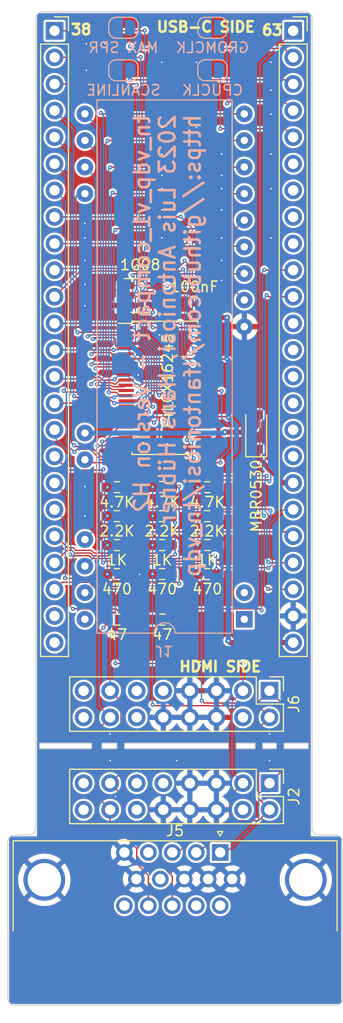
<source format=kicad_pcb>
(kicad_pcb (version 20221018) (generator pcbnew)
  (layers (0 "F.Cu" signal) (31 "B.Cu" signal) (34 "B.Paste" user) (35 "F.Paste" user) (36 "B.SilkS" user "B.Silkscreen") (37 "F.SilkS" user "F.Silkscreen") (38 "B.Mask" user) (39 "F.Mask" user) (44 "Edge.Cuts" user))
  (net 0 "")
  (net 1 "GND")
  (net 2 "VS_3V3")
  (net 3 "USR1_1V8")
  (net 4 "USR2_1V8")
  (net 5 "USR3_1V8")
  (net 6 "USR4_1V8")
  (net 7 "R2_3V3")
  (net 8 "R3_3V3")
  (net 9 "B0_3V3")
  (net 10 "B1_3V3")
  (net 11 "B2_3V3")
  (net 12 "B3_3V3")
  (net 17 "MODE_3V3")
  (net 18 "~{CSW_3V3}")
  (net 19 "~{CSR_3V3}")
  (net 20 "~{INT_3V3}")
  (net 21 "CPUCLK_3V3")
  (net 22 "GROMCLK_3V3")
  (net 23 "~{RESET_3V3}")
  (net 24 "CD0_3V3")
  (net 25 "CD1_3V3")
  (net 26 "CD2_3V3")
  (net 27 "CD3_3V3")
  (net 28 "CD4_3V3")
  (net 29 "CD5_3V3")
  (net 30 "CD6_3V3")
  (net 31 "CD7_3V3")
  (net 32 "HS_3V3")
  (net 33 "R0_3V3")
  (net 34 "R1_3V3")
  (net 35 "G0_3V3")
  (net 36 "G1_3V3")
  (net 37 "G2_3V3")
  (net 38 "G3_3V3")
  (net 41 "MODE")
  (net 42 "~{CSW}")
  (net 43 "~{CSR}")
  (net 44 "~{INT}")
  (net 45 "CD7")
  (net 46 "CD6")
  (net 47 "CD5")
  (net 48 "CD4")
  (net 49 "CD3")
  (net 50 "CD2")
  (net 51 "CD1")
  (net 52 "CD0")
  (net 53 "~{RESET}")
  (net 54 "GROMCLK")
  (net 55 "CPUCLK")
  (net 65 "~{OE1}")
  (net 66 "+3.3V")
  (net 67 "+5V")
  (net 68 "RED")
  (net 69 "GREEN")
  (net 70 "BLUE")
  (net 75 "HSYNC")
  (net 76 "VSYNC")
  (net 89 "Net-(D1-K)")
  (footprint "Connector_PinHeader_2.54mm:PinHeader_2x08_P2.54mm_Vertical" (layer "F.Cu") (at 125.095 131.953 -90)
    (fp_text reference "J2")
    (fp_text value "VGA")
  )
  (footprint "Resistor_SMD:R_0603_1608Metric_Pad0.98x0.95mm_HandSolder" (layer "F.Cu") (at 110.5055 109.22)
    (fp_text reference "R11")
    (fp_text value "1K")
  )
  (footprint "Connector_PinSocket_2.54mm:PinSocket_1x24_P2.54mm_Vertical" (layer "F.Cu") (at 104.5383 60.1064)
    (fp_text reference "J3" hide)
    (fp_text value "Tang Nano 9k")
  )
  (footprint "Resistor_SMD:R_0603_1608Metric_Pad0.98x0.95mm_HandSolder" (layer "F.Cu") (at 119.1415 103.692)
    (fp_text reference "R1")
    (fp_text value "4.7K")
  )
  (footprint "Resistor_SMD:R_0603_1608Metric_Pad0.98x0.95mm_HandSolder" (layer "F.Cu") (at 110.503448 103.691891)
    (fp_text reference "R9")
    (fp_text value "4.7K")
  )
  (footprint "Connector_Dsub:DSUB-15-HD_Female_Horizontal_P2.29x1.98mm_EdgePinOffset3.03mm_Housed_MountingHolesOffset4.94mm" (layer "F.Cu") (at 120.378 139.129669)
    (fp_text reference "J5")
    (fp_text value "VGA")
  )
  (footprint "Package_TO_SOT_SMD:SOT-23-5_HandSoldering" (layer "F.Cu") (at 112.735 85.38)
    (fp_text reference "U1")
    (fp_text value "1G08")
  )
  (footprint "Resistor_SMD:R_0603_1608Metric_Pad0.98x0.95mm_HandSolder" (layer "F.Cu") (at 114.8235 109.22)
    (fp_text reference "R7")
    (fp_text value "1K")
  )
  (footprint "Connector_PinHeader_2.54mm:PinHeader_2x08_P2.54mm_Vertical" (layer "F.Cu") (at 125.095 123.128 -90)
    (fp_text reference "J6")
    (fp_text value "VGA")
  )
  (footprint "Resistor_SMD:R_0603_1608Metric_Pad0.98x0.95mm_HandSolder" (layer "F.Cu") (at 119.1415 109.22)
    (fp_text reference "R3")
    (fp_text value "1K")
  )
  (footprint "Diode_SMD:D_SOD-123" (layer "F.Cu") (at 123.825 98.425 90)
    (fp_text reference "D1")
    (fp_text value "MBR0530")
  )
  (footprint "Resistor_SMD:R_0603_1608Metric_Pad0.98x0.95mm_HandSolder" (layer "F.Cu") (at 110.503448 106.455891)
    (fp_text reference "R10")
    (fp_text value "2.2K")
  )
  (footprint "Resistor_SMD:R_0603_1608Metric_Pad0.98x0.95mm_HandSolder" (layer "F.Cu") (at 114.8235 111.984)
    (fp_text reference "R8")
    (fp_text value "470")
  )
  (footprint "Resistor_SMD:R_0603_1608Metric_Pad0.98x0.95mm_HandSolder" (layer "F.Cu") (at 119.1415 111.984)
    (fp_text reference "R4")
    (fp_text value "470")
  )
  (footprint "Connector_PinSocket_2.54mm:PinSocket_1x24_P2.54mm_Vertical" (layer "F.Cu") (at 127.3552 60.1064)
    (fp_text reference "J4" hide)
    (fp_text value "TN9k/2")
  )
  (footprint "Resistor_SMD:R_0603_1608Metric_Pad0.98x0.95mm_HandSolder" (layer "F.Cu") (at 110.5055 111.984)
    (fp_text reference "R12")
    (fp_text value "470")
  )
  (footprint "Resistor_SMD:R_0603_1608Metric_Pad0.98x0.95mm_HandSolder" (layer "F.Cu") (at 119.1415 106.456)
    (fp_text reference "R2")
    (fp_text value "2.2K")
  )
  (footprint "f18a_footprints:TMS99xxA_Replacement" (layer "F.Cu") (at 115.018 92.68 180)
    (fp_text reference "J1")
    (fp_text value "~")
  )
  (footprint "Resistor_SMD:R_0603_1608Metric_Pad0.98x0.95mm_HandSolder" (layer "F.Cu") (at 114.84436 103.671238)
    (fp_text reference "R5")
    (fp_text value "4.7K")
  )
  (footprint "Package_SO:TSSOP-48_6.1x12.5mm_P0.5mm" (layer "F.Cu") (at 115.101 94.204)
    (fp_text reference "U4")
    (fp_text value "74LCX16245")
  )
  (footprint "Resistor_SMD:R_0603_1608Metric_Pad0.98x0.95mm_HandSolder" (layer "F.Cu") (at 114.847 116.332)
    (fp_text reference "R13")
    (fp_text value "47")
  )
  (footprint "Resistor_SMD:R_0603_1608Metric_Pad0.98x0.95mm_HandSolder" (layer "F.Cu") (at 110.53643 116.338528)
    (fp_text reference "R14")
    (fp_text value "47")
  )
  (footprint "Capacitor_SMD:C_0805_2012Metric_Pad1.18x1.45mm_HandSolder" (layer "F.Cu") (at 117.895 86.203)
    (fp_text reference "C1")
    (fp_text value "100nF")
  )
  (footprint "Resistor_SMD:R_0603_1608Metric_Pad0.98x0.95mm_HandSolder" (layer "F.Cu") (at 114.8235 106.456)
    (fp_text reference "R6")
    (fp_text value "2.2K")
  )
  (footprint "Jumper:SolderJumper-2_P1.3mm_Open_RoundedPad1.0x1.5mm" (layer "B.Cu") (at 119.634 59.817 180)
    (fp_text reference "JP3")
    (fp_text value "GROMCLK")
  )
  (footprint "Jumper:SolderJumper-2_P1.3mm_Open_RoundedPad1.0x1.5mm" (layer "B.Cu") (at 111.125 59.817 180)
    (fp_text reference "JP1")
    (fp_text value "MAX SPR")
  )
  (footprint "Jumper:SolderJumper-2_P1.3mm_Open_RoundedPad1.0x1.5mm" (layer "B.Cu") (at 111.125 63.881 180)
    (fp_text reference "JP2")
    (fp_text value "SCANLINE")
  )
  (footprint "Jumper:SolderJumper-2_P1.3mm_Open_RoundedPad1.0x1.5mm" (layer "B.Cu") (at 119.634 63.881 180)
    (fp_text reference "JP4")
    (fp_text value "CPUCLK")
  )
  (gr_arc (start 132.08 152.527) (mid 131.894013 152.976013) (end 131.445 153.162) (stroke (width 0.1)) (layer "Edge.Cuts"))
  (gr_line (start 128.778 128.651) (end 128.778 128.143) (stroke (width 0.1)) (layer "Edge.Cuts"))
  (gr_arc (start 102.743 136.271) (mid 102.557013 136.720013) (end 102.108 136.906) (stroke (width 0.1)) (layer "Edge.Cuts"))
  (gr_line (start 126.492 128.143) (end 126.492 128.651) (stroke (width 0.1)) (layer "Edge.Cuts"))
  (gr_line (start 121.92 128.143) (end 121.92 128.651) (stroke (width 0.1)) (layer "Edge.Cuts"))
  (gr_arc (start 131.445 136.906) (mid 131.894013 137.091987) (end 132.08 137.541) (stroke (width 0.1)) (layer "Edge.Cuts"))
  (gr_line (start 123.698 128.651) (end 123.698 128.143) (stroke (width 0.1)) (layer "Edge.Cuts"))
  (gr_line (start 102.743 58.928) (end 102.743 136.271) (stroke (width 0.1)) (layer "Edge.Cuts"))
  (gr_line (start 109.093 128.143) (end 109.093 128.651) (stroke (width 0.1)) (layer "Edge.Cuts"))
  (gr_arc (start 100.711 153.162) (mid 100.261987 152.976013) (end 100.076 152.527) (stroke (width 0.1)) (layer "Edge.Cuts"))
  (gr_line (start 123.698 128.143) (end 121.92 128.143) (stroke (width 0.1)) (layer "Edge.Cuts"))
  (gr_line (start 125.73 128.143) (end 124.46 128.143) (stroke (width 0.1)) (layer "Edge.Cuts"))
  (gr_line (start 129.159 136.271) (end 129.159 58.928) (stroke (width 0.1)) (layer "Edge.Cuts"))
  (gr_line (start 125.73 128.651) (end 125.73 128.143) (stroke (width 0.1)) (layer "Edge.Cuts"))
  (gr_line (start 121.158 128.651) (end 121.158 128.143) (stroke (width 0.1)) (layer "Edge.Cuts"))
  (gr_line (start 132.08 137.541) (end 132.08 152.527) (stroke (width 0.1)) (layer "Edge.Cuts"))
  (gr_line (start 124.46 128.143) (end 124.46 128.651) (stroke (width 0.1)) (layer "Edge.Cuts"))
  (gr_arc (start 129.794 136.906) (mid 129.344987 136.720013) (end 129.159 136.271) (stroke (width 0.1)) (layer "Edge.Cuts"))
  (gr_line (start 129.794 136.906) (end 131.445 136.906) (stroke (width 0.1)) (layer "Edge.Cuts"))
  (gr_arc (start 128.524 58.293) (mid 128.973013 58.478987) (end 129.159 58.928) (stroke (width 0.1)) (layer "Edge.Cuts"))
  (gr_line (start 111.252 128.143) (end 111.252 128.651) (stroke (width 0.1)) (layer "Edge.Cuts"))
  (gr_line (start 103.124 128.143) (end 103.124 128.651) (stroke (width 0.1)) (layer "Edge.Cuts"))
  (gr_line (start 100.076 137.541) (end 100.076 152.527) (stroke (width 0.1)) (layer "Edge.Cuts"))
  (gr_line (start 109.093 128.651) (end 110.49 128.651) (stroke (width 0.1)) (layer "Edge.Cuts"))
  (gr_line (start 110.49 128.651) (end 110.49 128.143) (stroke (width 0.1)) (layer "Edge.Cuts"))
  (gr_line (start 121.158 128.143) (end 111.252 128.143) (stroke (width 0.1)) (layer "Edge.Cuts"))
  (gr_line (start 102.108 136.906) (end 100.711 136.906) (stroke (width 0.1)) (layer "Edge.Cuts"))
  (gr_line (start 111.252 128.651) (end 121.158 128.651) (stroke (width 0.1)) (layer "Edge.Cuts"))
  (gr_line (start 110.49 128.143) (end 109.093 128.143) (stroke (width 0.1)) (layer "Edge.Cuts"))
  (gr_line (start 124.46 128.651) (end 125.73 128.651) (stroke (width 0.1)) (layer "Edge.Cuts"))
  (gr_line (start 126.492 128.651) (end 128.778 128.651) (stroke (width 0.1)) (layer "Edge.Cuts"))
  (gr_line (start 121.92 128.651) (end 123.698 128.651) (stroke (width 0.1)) (layer "Edge.Cuts"))
  (gr_line (start 128.524 58.293) (end 103.378 58.293) (stroke (width 0.1)) (layer "Edge.Cuts"))
  (gr_line (start 103.124 128.651) (end 108.077 128.651) (stroke (width 0.1)) (layer "Edge.Cuts"))
  (gr_arc (start 100.076 137.541) (mid 100.261987 137.091987) (end 100.711 136.906) (stroke (width 0.1)) (layer "Edge.Cuts"))
  (gr_line (start 108.077 128.651) (end 108.077 128.143) (stroke (width 0.1)) (layer "Edge.Cuts"))
  (gr_arc (start 102.743 58.928) (mid 102.928987 58.478987) (end 103.378 58.293) (stroke (width 0.1)) (layer "Edge.Cuts"))
  (gr_line (start 108.077 128.143) (end 103.124 128.143) (stroke (width 0.1)) (layer "Edge.Cuts"))
  (gr_line (start 100.711 153.162) (end 131.445 153.162) (stroke (width 0.1)) (layer "Edge.Cuts"))
  (gr_line (start 128.778 128.143) (end 126.492 128.143) (stroke (width 0.1)) (layer "Edge.Cuts"))
  (gr_text "tn_vdp_v1_compact - Version H2\n2023 Luis Antoniosi, Hans Hübner\nhttps://github.com/lfantoniosi/tn_vdp" (at 118.618 67.945 90) (layer "B.SilkS") (effects (font (size 1.5 1.5) (thickness 0.25) bold) (justify left bottom mirror)))
  (gr_text "USB-C SIDE" (at 114.173 60.325) (layer "F.SilkS") (effects (font (size 1 1) (thickness 0.25) bold) (justify left bottom)))
  (gr_text "HDMI SIDE" (at 116.332 121.412) (layer "F.SilkS") (effects (font (size 1 1) (thickness 0.25) bold) (justify left bottom)))
  (gr_text "38" (at 105.9688 60.579) (layer "F.SilkS") (effects (font (size 1 1) (thickness 0.25) bold) (justify left bottom)))
  (gr_text "63" (at 124.2314 60.6298) (layer "F.SilkS") (effects (font (size 1 1) (thickness 0.25) bold) (justify left bottom)))
  (via (at 116.205 129.794) (size 0.41) (drill 0.15) (layers "F.Cu" "B.Cu") (net 1))
  (via (at 116.205 136.906) (size 0.41) (drill 0.15) (layers "F.Cu" "B.Cu") (net 1))
  (via (at 107.569 61.341) (size 0.41) (drill 0.15) (layers "F.Cu" "B.Cu") (net 1))
  (via (at 125.222 63.119) (size 0.41) (drill 0.15) (layers "F.Cu" "B.Cu") (net 1))
  (via (at 107.442 78.486) (size 0.41) (drill 0.15) (layers "F.Cu" "B.Cu") (net 1))
  (via (at 107.442 82.042) (size 0.41) (drill 0.15) (layers "F.Cu" "B.Cu") (net 1))
  (via (at 114.808 79.883) (size 0.41) (drill 0.15) (layers "F.Cu" "B.Cu") (net 1))
  (via (at 125.222 65.786) (size 0.41) (drill 0.15) (layers "F.Cu" "B.Cu") (net 1))
  (via (at 118.11 69.342) (size 0.41) (drill 0.15) (layers "F.Cu" "B.Cu") (net 1))
  (via (at 114.808 75.184) (size 0.41) (drill 0.15) (layers "F.Cu" "B.Cu") (net 1))
  (via (at 114.808 71.882) (size 0.41) (drill 0.15) (layers "F.Cu" "B.Cu") (net 1))
  (via (at 125.222 68.072) (size 0.41) (drill 0.15) (layers "F.Cu" "B.Cu") (net 1))
  (via (at 118.11 63.119) (size 0.41) (drill 0.15) (layers "F.Cu" "B.Cu") (net 1))
  (via (at 115.316 99.568) (size 0.41) (drill 0.15) (layers "F.Cu" "B.Cu") (net 1))
  (via (at 114.808 73.914) (size 0.41) (drill 0.15) (layers "F.Cu" "B.Cu") (net 1))
  (via (at 125.095 127.254) (size 0.41) (drill 0.15) (layers "F.Cu" "B.Cu") (net 1))
  (via (at 114.808 69.342) (size 0.41) (drill 0.15) (layers "F.Cu" "B.Cu") (net 1))
  (via (at 114.808 63.119) (size 0.41) (drill 0.15) (layers "F.Cu" "B.Cu") (net 1))
  (via (at 125.095 129.794) (size 0.41) (drill 0.15) (layers "F.Cu" "B.Cu") (net 1))
  (via (at 120.523 82.042) (size 0.41) (drill 0.15) (layers "F.Cu" "B.Cu") (net 1))
  (via (at 107.442 106.426) (size 0.41) (drill 0.15) (layers "F.Cu" "B.Cu") (net 1))
  (via (at 107.442 79.883) (size 0.41) (drill 0.15) (layers "F.Cu" "B.Cu") (net 1))
  (via (at 120.523 73.914) (size 0.41) (drill 0.15) (layers "F.Cu" "B.Cu") (net 1))
  (via (at 107.442 84.328) (size 0.41) (drill 0.15) (layers "F.Cu" "B.Cu") (net 1))
  (via (at 120.523 83.947) (size 0.41) (drill 0.15) (layers "F.Cu" "B.Cu") (net 1))
  (via (at 107.442 86.36) (size 0.41) (drill 0.15) (layers "F.Cu" "B.Cu") (net 1))
  (via (at 114.808 77.216) (size 0.41) (drill 0.15) (layers "F.Cu" "B.Cu") (net 1))
  (via (at 109.855 129.794) (size 0.41) (drill 0.15) (layers "F.Cu" "B.Cu") (net 1))
  (via (at 110.363 133.223) (size 0.41) (drill 0.15) (layers "F.Cu" "B.Cu") (net 1))
  (via (at 125.222 79.883) (size 0.41) (drill 0.15) (layers "F.Cu" "B.Cu") (net 1))
  (via (at 114.554 89.154) (size 0.41) (drill 0.15) (layers "F.Cu" "B.Cu") (net 1))
  (via (at 107.442 103.632) (size 0.41) (drill 0.15) (layers "F.Cu" "B.Cu") (net 1))
  (via (at 115.824 92.71) (size 0.41) (drill 0.15) (layers "F.Cu" "B.Cu") (net 1))
  (via (at 125.222 75.184) (size 0.41) (drill 0.15) (layers "F.Cu" "B.Cu") (net 1))
  (via (at 112.649 112.014) (size 0.41) (drill 0.15) (layers "F.Cu" "B.Cu") (net 1))
  (via (at 113.03 99.441) (size 0.41) (drill 0.15) (layers "F.Cu" "B.Cu") (net 1))
  (via (at 120.523 75.184) (size 0.41) (drill 0.15) (layers "F.Cu" "B.Cu") (net 1))
  (via (at 120.523 79.883) (size 0.41) (drill 0.15) (layers "F.Cu" "B.Cu") (net 1))
  (via (at 112.522 92.964) (size 0.41) (drill 0.15) (layers "F.Cu" "B.Cu") (net 1))
  (via (at 120.523 77.216) (size 0.41) (drill 0.15) (layers "F.Cu" "B.Cu") (net 1))
  (via (at 107.569 63.881) (size 0.41) (drill 0.15) (layers "F.Cu" "B.Cu") (net 1))
  (via (at 125.222 71.882) (size 0.41) (drill 0.15) (layers "F.Cu" "B.Cu") (net 1))
  (via (at 109.347 61.341) (size 0.41) (drill 0.15) (layers "F.Cu" "B.Cu") (net 1))
  (via (at 120.523 71.882) (size 0.41) (drill 0.15) (layers "F.Cu" "B.Cu") (net 1))
  (via (at 109.855 127.254) (size 0.41) (drill 0.15) (layers "F.Cu" "B.Cu") (net 1))
  (via (at 115.824 95.631) (size 0.41) (drill 0.15) (layers "F.Cu" "B.Cu") (net 1))
  (segment (start 106.3035 115.3115) (end 106.299 115.316) (width 0.127) (layer "F.Cu") (net 2))
  (segment (start 110.421902 115.3115) (end 106.3035 115.3115) (width 0.127) (layer "F.Cu") (net 2))
  (segment (start 111.44893 116.338528) (end 110.421902 115.3115) (width 0.127) (layer "F.Cu") (net 2))
  (via (at 106.299 115.316) (size 0.41) (drill 0.15) (layers "F.Cu" "B.Cu") (net 2))
  (segment (start 104.5383 98.9503) (end 104.5383 98.2064) (width 0.127) (layer "B.Cu") (net 2))
  (segment (start 106.4405 110.286822) (end 106.4405 109.959178) (width 0.127) (layer "B.Cu") (net 2))
  (segment (start 106.4405 109.959178) (end 106.0868 109.605478) (width 0.127) (layer "B.Cu") (net 2))
  (segment (start 105.8328 110.894522) (end 106.4405 110.286822) (width 0.127) (layer "B.Cu") (net 2))
  (segment (start 105.8328 112.112978) (end 105.8328 110.894522) (width 0.127) (layer "B.Cu") (net 2))
  (segment (start 106.0868 100.4988) (end 104.5383 98.9503) (width 0.127) (layer "B.Cu") (net 2))
  (segment (start 106.0868 109.605478) (end 106.0868 100.4988) (width 0.127) (layer "B.Cu") (net 2))
  (segment (start 106.299 115.316) (end 105.9325 114.9495) (width 0.127) (layer "B.Cu") (net 2))
  (segment (start 105.9325 114.9495) (end 105.9325 112.212678) (width 0.127) (layer "B.Cu") (net 2))
  (segment (start 105.9325 112.212678) (end 105.8328 112.112978) (width 0.127) (layer "B.Cu") (net 2))
  (segment (start 126.5052 61.7964) (end 111.9614 61.7964) (width 0.127) (layer "F.Cu") (net 3))
  (segment (start 111.9614 61.7964) (end 111.76 61.595) (width 0.127) (layer "F.Cu") (net 3))
  (segment (start 127.3552 62.6464) (end 126.5052 61.7964) (width 0.127) (layer "F.Cu") (net 3))
  (via (at 111.76 61.595) (size 0.41) (drill 0.15) (layers "F.Cu" "B.Cu") (net 3))
  (segment (start 111.76 61.595) (end 111.76 59.832) (width 0.127) (layer "B.Cu") (net 3))
  (segment (start 111.76 59.832) (end 111.775 59.817) (width 0.127) (layer "B.Cu") (net 3))
  (segment (start 127.3552 65.1864) (end 126.9602 64.7914) (width 0.127) (layer "F.Cu") (net 4))
  (segment (start 126.9602 64.7914) (end 111.76 64.7914) (width 0.127) (layer "F.Cu") (net 4))
  (via (at 111.76 64.7914) (size 0.41) (drill 0.15) (layers "F.Cu" "B.Cu") (net 4))
  (segment (start 111.76 63.896) (end 111.775 63.881) (width 0.127) (layer "B.Cu") (net 4))
  (segment (start 111.76 64.7914) (end 111.76 63.896) (width 0.127) (layer "B.Cu") (net 4))
  (segment (start 126.5052 66.8764) (end 121.2106 66.8764) (width 0.127) (layer "F.Cu") (net 5))
  (segment (start 121.2106 66.8764) (end 121.031 67.056) (width 0.127) (layer "F.Cu") (net 5))
  (segment (start 127.3552 67.7264) (end 126.5052 66.8764) (width 0.127) (layer "F.Cu") (net 5))
  (via (at 121.031 67.056) (size 0.41) (drill 0.15) (layers "F.Cu" "B.Cu") (net 5))
  (segment (start 121.031 60.564) (end 120.284 59.817) (width 0.127) (layer "B.Cu") (net 5))
  (segment (start 121.031 67.056) (end 121.031 60.564) (width 0.127) (layer "B.Cu") (net 5))
  (segment (start 127.3552 70.2664) (end 126.5578 69.469) (width 0.127) (layer "F.Cu") (net 6))
  (segment (start 126.5578 69.469) (end 120.396 69.469) (width 0.127) (layer "F.Cu") (net 6))
  (via (at 120.396 69.469) (size 0.41) (drill 0.15) (layers "F.Cu" "B.Cu") (net 6))
  (segment (start 120.396 63.993) (end 120.284 63.881) (width 0.127) (layer "B.Cu") (net 6))
  (segment (start 120.396 69.469) (end 120.396 63.993) (width 0.127) (layer "B.Cu") (net 6))
  (segment (start 118.7695 110.5045) (end 108.125279 110.5045) (width 0.127) (layer "F.Cu") (net 7))
  (segment (start 108.125279 110.5045) (end 107.852279 110.2315) (width 0.127) (layer "F.Cu") (net 7))
  (segment (start 107.852279 110.2315) (end 106.1535 110.2315) (width 0.127) (layer "F.Cu") (net 7))
  (segment (start 106.1535 110.2315) (end 106.045 110.123) (width 0.127) (layer "F.Cu") (net 7))
  (segment (start 120.054 109.22) (end 118.7695 110.5045) (width 0.127) (layer "F.Cu") (net 7))
  (via (at 106.045 110.123) (size 0.41) (drill 0.15) (layers "F.Cu" "B.Cu") (net 7))
  (segment (start 106.045 110.123) (end 105.8328 109.9108) (width 0.127) (layer "B.Cu") (net 7))
  (segment (start 105.8328 104.5809) (end 104.5383 103.2864) (width 0.127) (layer "B.Cu") (net 7))
  (segment (start 105.8328 109.9108) (end 105.8328 104.5809) (width 0.127) (layer "B.Cu") (net 7))
  (segment (start 109.1485 102.0525) (end 105.8444 102.0525) (width 0.127) (layer "F.Cu") (net 8))
  (segment (start 105.8444 102.0525) (end 104.5383 100.7464) (width 0.127) (layer "F.Cu") (net 8))
  (segment (start 109.3385 110.7585) (end 118.87471 110.7585) (width 0.127) (layer "F.Cu") (net 8))
  (segment (start 109.1975 110.8995) (end 109.3385 110.7585) (width 0.127) (layer "F.Cu") (net 8))
  (segment (start 109.22 101.981) (end 109.1485 102.0525) (width 0.127) (layer "F.Cu") (net 8))
  (segment (start 120.054 111.545) (end 120.015 111.506) (width 0.127) (layer "F.Cu") (net 8))
  (segment (start 120.054 111.984) (end 120.054 111.545) (width 0.127) (layer "F.Cu") (net 8))
  (segment (start 119.39721 110.236) (end 119.888 110.236) (width 0.127) (layer "F.Cu") (net 8))
  (segment (start 118.87471 110.7585) (end 119.39721 110.236) (width 0.127) (layer "F.Cu") (net 8))
  (via (at 109.22 101.981) (size 0.41) (drill 0.15) (layers "F.Cu" "B.Cu") (net 8))
  (via (at 109.1975 110.8995) (size 0.41) (drill 0.15) (layers "F.Cu" "B.Cu") (net 8))
  (via (at 120.015 111.506) (size 0.41) (drill 0.15) (layers "F.Cu" "B.Cu") (net 8))
  (via (at 119.888 110.236) (size 0.41) (drill 0.15) (layers "F.Cu" "B.Cu") (net 8))
  (segment (start 109.0785 110.7805) (end 109.0785 102.1225) (width 0.127) (layer "B.Cu") (net 8))
  (segment (start 120.015 110.363) (end 119.888 110.236) (width 0.127) (layer "B.Cu") (net 8))
  (segment (start 109.0785 102.1225) (end 109.22 101.981) (width 0.127) (layer "B.Cu") (net 8))
  (segment (start 109.1975 110.8995) (end 109.0785 110.7805) (width 0.127) (layer "B.Cu") (net 8))
  (segment (start 120.015 111.506) (end 120.015 110.363) (width 0.127) (layer "B.Cu") (net 8))
  (segment (start 124.968 113.411) (end 125.0034 113.4464) (width 0.127) (layer "F.Cu") (net 9))
  (segment (start 124.8125 102.602) (end 112.505839 102.602) (width 0.127) (layer "F.Cu") (net 9))
  (segment (start 112.505839 102.602) (end 111.415948 103.691891) (width 0.127) (layer "F.Cu") (net 9))
  (segment (start 125.0034 113.4464) (end 127.3552 113.4464) (width 0.127) (layer "F.Cu") (net 9))
  (via (at 124.8125 102.602) (size 0.41) (drill 0.15) (layers "F.Cu" "B.Cu") (net 9))
  (via (at 124.968 113.411) (size 0.41) (drill 0.15) (layers "F.Cu" "B.Cu") (net 9))
  (segment (start 124.6715 105.979178) (end 124.9545 106.262178) (width 0.127) (layer "B.Cu") (net 9))
  (segment (start 124.8125 102.602) (end 124.6715 102.743) (width 0.127) (layer "B.Cu") (net 9))
  (segment (start 124.9545 106.589822) (end 124.587 106.957322) (width 0.127) (layer "B.Cu") (net 9))
  (segment (start 124.587 113.03) (end 124.968 113.411) (width 0.127) (layer "B.Cu") (net 9))
  (segment (start 124.9545 106.262178) (end 124.9545 106.589822) (width 0.127) (layer "B.Cu") (net 9))
  (segment (start 124.6715 102.743) (end 124.6715 105.979178) (width 0.127) (layer "B.Cu") (net 9))
  (segment (start 124.587 106.957322) (end 124.587 113.03) (width 0.127) (layer "B.Cu") (net 9))
  (segment (start 112.080839 105.791) (end 111.415948 106.455891) (width 0.127) (layer "F.Cu") (net 10))
  (segment (start 125.175499 105.924562) (end 125.041937 105.791) (width 0.127) (layer "F.Cu") (net 10))
  (segment (start 124.982 110.871) (end 125.0174 110.9064) (width 0.127) (layer "F.Cu") (net 10))
  (segment (start 125.041937 105.791) (end 112.080839 105.791) (width 0.127) (layer "F.Cu") (net 10))
  (segment (start 125.0174 110.9064) (end 127.3552 110.9064) (width 0.127) (layer "F.Cu") (net 10))
  (via (at 125.175499 105.924562) (size 0.41) (drill 0.15) (layers "F.Cu" "B.Cu") (net 10))
  (via (at 124.982 110.871) (size 0.41) (drill 0.15) (layers "F.Cu" "B.Cu") (net 10))
  (segment (start 125.2085 106.695032) (end 125.2085 106.156968) (width 0.127) (layer "B.Cu") (net 10))
  (segment (start 124.841 110.73) (end 124.841 107.062532) (width 0.127) (layer "B.Cu") (net 10))
  (segment (start 125.175499 106.123967) (end 125.175499 105.924562) (width 0.127) (layer "B.Cu") (net 10))
  (segment (start 125.2085 106.156968) (end 125.175499 106.123967) (width 0.127) (layer "B.Cu") (net 10))
  (segment (start 124.841 107.062532) (end 125.2085 106.695032) (width 0.127) (layer "B.Cu") (net 10))
  (segment (start 124.982 110.871) (end 124.841 110.73) (width 0.127) (layer "B.Cu") (net 10))
  (segment (start 126.9388 107.95) (end 127.3552 108.3664) (width 0.127) (layer "F.Cu") (net 11))
  (segment (start 111.418 109.22) (end 112.688 107.95) (width 0.127) (layer "F.Cu") (net 11))
  (segment (start 112.688 107.95) (end 126.9388 107.95) (width 0.127) (layer "F.Cu") (net 11))
  (segment (start 112.3895 111.0125) (end 111.418 111.984) (width 0.127) (layer "F.Cu") (net 12))
  (segment (start 120.541783 111.379) (end 120.175283 111.0125) (width 0.127) (layer "F.Cu") (net 12))
  (segment (start 124.982 111.407503) (end 124.953497 111.379) (width 0.127) (layer "F.Cu") (net 12))
  (segment (start 124.953497 111.379) (end 120.541783 111.379) (width 0.127) (layer "F.Cu") (net 12))
  (segment (start 120.175283 111.0125) (end 112.3895 111.0125) (width 0.127) (layer "F.Cu") (net 12))
  (via (at 124.982 111.407503) (size 0.41) (drill 0.15) (layers "F.Cu" "B.Cu") (net 12))
  (segment (start 125.095 110.424678) (end 125.095 107.188) (width 0.127) (layer "B.Cu") (net 12))
  (segment (start 126.4566 105.8264) (end 127.3552 105.8264) (width 0.127) (layer "B.Cu") (net 12))
  (segment (start 124.982 111.407503) (end 125.004819 111.407503) (width 0.127) (layer "B.Cu") (net 12))
  (segment (start 125.145822 111.2665) (end 125.3775 111.034822) (width 0.127) (layer "B.Cu") (net 12))
  (segment (start 125.004819 111.407503) (end 124.863816 111.2665) (width 0.127) (layer "B.Cu") (net 12))
  (segment (start 125.3775 111.034822) (end 125.3775 110.707178) (width 0.127) (layer "B.Cu") (net 12))
  (segment (start 125.095 107.188) (end 126.4566 105.8264) (width 0.127) (layer "B.Cu") (net 12))
  (segment (start 124.863816 111.2665) (end 125.145822 111.2665) (width 0.127) (layer "B.Cu") (net 12))
  (segment (start 125.3775 110.707178) (end 125.095 110.424678) (width 0.127) (layer "B.Cu") (net 12))
  (segment (start 114.046 97.536) (end 113.8485 97.3385) (width 0.127) (layer "F.Cu") (net 17))
  (segment (start 112.220211 97.3385) (end 112.104711 97.454) (width 0.127) (layer "F.Cu") (net 17))
  (segment (start 104.5383 60.1064) (end 113.1216 60.1064) (width 0.127) (layer "F.Cu") (net 17))
  (segment (start 113.8485 97.3385) (end 112.220211 97.3385) (width 0.127) (layer "F.Cu") (net 17))
  (segment (start 113.1216 60.1064) (end 113.157 60.071) (width 0.127) (layer "F.Cu") (net 17))
  (segment (start 112.104711 97.454) (end 111.3885 97.454) (width 0.127) (layer "F.Cu") (net 17))
  (via (at 113.157 60.071) (size 0.41) (drill 0.15) (layers "F.Cu" "B.Cu") (net 17))
  (via (at 114.046 97.536) (size 0.41) (drill 0.15) (layers "F.Cu" "B.Cu") (net 17))
  (segment (start 114.343 97.239) (end 114.343 95.7865) (width 0.127) (layer "B.Cu") (net 17))
  (segment (start 113.044 84.80908) (end 113.1855 84.66758) (width 0.127) (layer "B.Cu") (net 17))
  (segment (start 113.1715 62.992) (end 113.1715 60.0855) (width 0.127) (layer "B.Cu") (net 17))
  (segment (start 114.0605 95.504) (end 114.0605 90.50387) (width 0.127) (layer "B.Cu") (net 17))
  (segment (start 114.343 95.7865) (end 114.0605 95.504) (width 0.127) (layer "B.Cu") (net 17))
  (segment (start 113.0445 65.547032) (end 113.0445 63.119) (width 0.127) (layer "B.Cu") (net 17))
  (segment (start 114.046 97.536) (end 114.343 97.239) (width 0.127) (layer "B.Cu") (net 17))
  (segment (start 112.903 65.688532) (end 113.0445 65.547032) (width 0.127) (layer "B.Cu") (net 17))
  (segment (start 113.0445 63.119) (end 113.1715 62.992) (width 0.127) (layer "B.Cu") (net 17))
  (segment (start 112.903 83.947) (end 112.903 65.688532) (width 0.127) (layer "B.Cu") (net 17))
  (segment (start 113.044 89.48737) (end 113.044 84.80908) (width 0.127) (layer "B.Cu") (net 17))
  (segment (start 114.0605 90.50387) (end 113.044 89.48737) (width 0.127) (layer "B.Cu") (net 17))
  (segment (start 113.1855 84.66758) (end 113.1855 84.2295) (width 0.127) (layer "B.Cu") (net 17))
  (segment (start 113.1855 84.2295) (end 112.903 83.947) (width 0.127) (layer "B.Cu") (net 17))
  (segment (start 113.1715 60.0855) (end 113.157 60.071) (width 0.127) (layer "B.Cu") (net 17))
  (segment (start 112.186474 96.139) (end 112.001474 95.954) (width 0.127) (layer "F.Cu") (net 18))
  (segment (start 112.7406 62.6464) (end 112.776 62.611) (width 0.127) (layer "F.Cu") (net 18))
  (segment (start 112.79 84.503758) (end 112.716242 84.43) (width 0.127) (layer "F.Cu") (net 18))
  (segment (start 113.486678 96.012) (end 113.359678 96.139) (width 0.127) (layer "F.Cu") (net 18))
  (segment (start 104.5383 62.6464) (end 112.7406 62.6464) (width 0.127) (layer "F.Cu") (net 18))
  (segment (start 113.9475 96.012) (end 113.486678 96.012) (width 0.127) (layer "F.Cu") (net 18))
  (segment (start 113.359678 96.139) (end 112.186474 96.139) (width 0.127) (layer "F.Cu") (net 18))
  (segment (start 112.716242 84.43) (end 111.385 84.43) (width 0.127) (layer "F.Cu") (net 18))
  (segment (start 112.001474 95.954) (end 111.3885 95.954) (width 0.127) (layer "F.Cu") (net 18))
  (via (at 112.79 84.503758) (size 0.41) (drill 0.15) (layers "F.Cu" "B.Cu") (net 18))
  (via (at 113.9475 96.012) (size 0.41) (drill 0.15) (layers "F.Cu" "B.Cu") (net 18))
  (via (at 112.776 62.611) (size 0.41) (drill 0.15) (layers "F.Cu" "B.Cu") (net 18))
  (segment (start 113.8065 90.60908) (end 113.8065 95.871) (width 0.127) (layer "B.Cu") (net 18))
  (segment (start 112.79 84.503758) (end 112.649 84.362758) (width 0.127) (layer "B.Cu") (net 18))
  (segment (start 112.649 84.362758) (end 112.649 65.583322) (width 0.127) (layer "B.Cu") (net 18))
  (segment (start 112.79 89.59258) (end 113.8065 90.60908) (width 0.127) (layer "B.Cu") (net 18))
  (segment (start 112.649 65.583322) (end 112.7905 65.441822) (width 0.127) (layer "B.Cu") (net 18))
  (segment (start 112.7905 62.6255) (end 112.776 62.611) (width 0.127) (layer "B.Cu") (net 18))
  (segment (start 113.8065 95.871) (end 113.9475 96.012) (width 0.127) (layer "B.Cu") (net 18))
  (segment (start 112.79 84.503758) (end 112.79 89.59258) (width 0.127) (layer "B.Cu") (net 18))
  (segment (start 112.7905 65.441822) (end 112.7905 62.6255) (width 0.127) (layer "B.Cu") (net 18))
  (segment (start 113.476805 96.458805) (end 111.393305 96.458805) (width 0.127) (layer "F.Cu") (net 19))
  (segment (start 104.5383 65.1864) (end 112.3034 65.1864) (width 0.127) (layer "F.Cu") (net 19))
  (segment (start 112.395 84.993731) (end 112.008731 85.38) (width 0.127) (layer "F.Cu") (net 19))
  (segment (start 112.008731 85.38) (end 111.385 85.38) (width 0.127) (layer "F.Cu") (net 19))
  (segment (start 113.538 96.52) (end 113.476805 96.458805) (width 0.127) (layer "F.Cu") (net 19))
  (segment (start 112.3034 65.1864) (end 112.395 65.278) (width 0.127) (layer "F.Cu") (net 19))
  (segment (start 111.393305 96.458805) (end 111.3885 96.454) (width 0.127) (layer "F.Cu") (net 19))
  (via (at 112.395 84.993731) (size 0.41) (drill 0.15) (layers "F.Cu" "B.Cu") (net 19))
  (via (at 112.395 65.278) (size 0.41) (drill 0.15) (layers "F.Cu" "B.Cu") (net 19))
  (via (at 113.538 96.52) (size 0.41) (drill 0.15) (layers "F.Cu" "B.Cu") (net 19))
  (segment (start 112.395 65.278) (end 112.395 84.993731) (width 0.127) (layer "B.Cu") (net 19))
  (segment (start 113.5525 96.5055) (end 113.538 96.52) (width 0.127) (layer "B.Cu") (net 19))
  (segment (start 113.5525 90.71429) (end 113.5525 96.5055) (width 0.127) (layer "B.Cu") (net 19))
  (segment (start 112.536 85.134731) (end 112.536 89.69779) (width 0.127) (layer "B.Cu") (net 19))
  (segment (start 112.536 89.69779) (end 113.5525 90.71429) (width 0.127) (layer "B.Cu") (net 19))
  (segment (start 112.395 84.993731) (end 112.536 85.134731) (width 0.127) (layer "B.Cu") (net 19))
  (segment (start 112.540285 94.760285) (end 113.138715 94.760285) (width 0.127) (layer "F.Cu") (net 20))
  (segment (start 106.426 94.996) (end 106.553 95.123) (width 0.127) (layer "F.Cu") (net 20))
  (segment (start 112.522 94.742) (end 112.540285 94.760285) (width 0.127) (layer "F.Cu") (net 20))
  (segment (start 118.097289 94.954) (end 118.8135 94.954) (width 0.127) (layer "F.Cu") (net 20))
  (segment (start 113.665 94.234) (end 117.377289 94.234) (width 0.127) (layer "F.Cu") (net 20))
  (segment (start 106.553 95.123) (end 110.236 95.123) (width 0.127) (layer "F.Cu") (net 20))
  (segment (start 117.377289 94.234) (end 118.097289 94.954) (width 0.127) (layer "F.Cu") (net 20))
  (segment (start 113.138715 94.760285) (end 113.665 94.234) (width 0.127) (layer "F.Cu") (net 20))
  (via (at 112.522 94.742) (size 0.41) (drill 0.15) (layers "F.Cu" "B.Cu") (net 20))
  (via (at 106.426 94.996) (size 0.41) (drill 0.15) (layers "F.Cu" "B.Cu") (net 20))
  (via (at 110.236 95.123) (size 0.41) (drill 0.15) (layers "F.Cu" "B.Cu") (net 20))
  (segment (start 106.343887 72.136) (end 106.343887 94.913887) (width 0.127) (layer "B.Cu") (net 20))
  (segment (start 112.522 94.742) (end 112.268 94.996) (width 0.127) (layer "B.Cu") (net 20))
  (segment (start 104.5383 67.7264) (end 106.343887 69.531987) (width 0.127) (layer "B.Cu") (net 20))
  (segment (start 112.268 94.996) (end 110.363 94.996) (width 0.127) (layer "B.Cu") (net 20))
  (segment (start 110.363 94.996) (end 110.236 95.123) (width 0.127) (layer "B.Cu") (net 20))
  (segment (start 106.343887 94.913887) (end 106.426 94.996) (width 0.127) (layer "B.Cu") (net 20))
  (segment (start 106.343887 69.531987) (end 106.343887 72.136) (width 0.127) (layer "B.Cu") (net 20))
  (segment (start 117.334 100.6855) (end 116.7385 100.6855) (width 0.127) (layer "F.Cu") (net 21))
  (segment (start 108.05071 99.8175) (end 106.5485 99.8175) (width 0.127) (layer "F.Cu") (net 21))
  (segment (start 116.5975 100.8265) (end 109.05971 100.8265) (width 0.127) (layer "F.Cu") (net 21))
  (segment (start 117.192497 99.1765) (end 117.192497 98.858792) (width 0.127) (layer "F.Cu") (net 21))
  (segment (start 118.097289 97.954) (end 118.8135 97.954) (width 0.127) (layer "F.Cu") (net 21))
  (segment (start 106.5485 99.8175) (end 106.426 99.695) (width 0.127) (layer "F.Cu") (net 21))
  (segment (start 109.05971 100.8265) (end 108.05071 99.8175) (width 0.127) (layer "F.Cu") (net 21))
  (segment (start 117.192497 98.858792) (end 118.097289 97.954) (width 0.127) (layer "F.Cu") (net 21))
  (segment (start 116.7385 100.6855) (end 116.5975 100.8265) (width 0.127) (layer "F.Cu") (net 21))
  (via (at 106.426 99.695) (size 0.41) (drill 0.15) (layers "F.Cu" "B.Cu") (net 21))
  (via (at 117.334 100.6855) (size 0.41) (drill 0.15) (layers "F.Cu" "B.Cu") (net 21))
  (via (at 117.192497 99.1765) (size 0.41) (drill 0.15) (layers "F.Cu" "B.Cu") (net 21))
  (segment (start 106.089887 94.726645) (end 106.089887 71.817987) (width 0.127) (layer "B.Cu") (net 21))
  (segment (start 117.475 100.5445) (end 117.334 100.6855) (width 0.127) (layer "B.Cu") (net 21))
  (segment (start 106.426 99.695) (end 105.918 99.187) (width 0.127) (layer "B.Cu") (net 21))
  (segment (start 117.192497 99.199319) (end 117.475 99.481822) (width 0.127) (layer "B.Cu") (net 21))
  (segment (start 117.192497 99.1765) (end 117.192497 99.199319) (width 0.127) (layer "B.Cu") (net 21))
  (segment (start 105.918 99.187) (end 105.918 94.898532) (width 0.127) (layer "B.Cu") (net 21))
  (segment (start 105.918 94.898532) (end 106.089887 94.726645) (width 0.127) (layer "B.Cu") (net 21))
  (segment (start 117.475 99.481822) (end 117.475 100.5445) (width 0.127) (layer "B.Cu") (net 21))
  (segment (start 106.089887 71.817987) (end 104.5383 70.2664) (width 0.127) (layer "B.Cu") (net 21))
  (segment (start 117.729 99.1765) (end 117.9515 98.954) (width 0.127) (layer "F.Cu") (net 22))
  (segment (start 117.715 101.0805) (end 108.9545 101.0805) (width 0.127) (layer "F.Cu") (net 22))
  (segment (start 108.9545 101.0805) (end 107.9455 100.0715) (width 0.127) (layer "F.Cu") (net 22))
  (segment (start 107.9455 100.0715) (end 106.69175 100.0715) (width 0.127) (layer "F.Cu") (net 22))
  (segment (start 117.856 100.9395) (end 117.715 101.0805) (width 0.127) (layer "F.Cu") (net 22))
  (segment (start 106.69175 100.0715) (end 106.440432 100.322818) (width 0.127) (layer "F.Cu") (net 22))
  (segment (start 117.9515 98.954) (end 118.8135 98.954) (width 0.127) (layer "F.Cu") (net 22))
  (via (at 106.440432 100.322818) (size 0.41) (drill 0.15) (layers "F.Cu" "B.Cu") (net 22))
  (via (at 117.729 99.1765) (size 0.41) (drill 0.15) (layers "F.Cu" "B.Cu") (net 22))
  (via (at 117.856 100.9395) (size 0.41) (drill 0.15) (layers "F.Cu" "B.Cu") (net 22))
  (segment (start 117.856 100.9395) (end 117.729 100.8125) (width 0.127) (layer "B.Cu") (net 22))
  (segment (start 106.440432 100.322818) (end 105.664 99.546386) (width 0.127) (layer "B.Cu") (net 22))
  (segment (start 105.835887 94.621435) (end 105.835887 74.103987) (width 0.127) (layer "B.Cu") (net 22))
  (segment (start 105.835887 74.103987) (end 104.5383 72.8064) (width 0.127) (layer "B.Cu") (net 22))
  (segment (start 105.664 94.793322) (end 105.835887 94.621435) (width 0.127) (layer "B.Cu") (net 22))
  (segment (start 105.664 99.546386) (end 105.664 94.793322) (width 0.127) (layer "B.Cu") (net 22))
  (segment (start 117.729 100.8125) (end 117.729 99.1765) (width 0.127) (layer "B.Cu") (net 22))
  (segment (start 108.864661 94.869) (end 109.500161 94.2335) (width 0.127) (layer "F.Cu") (net 23))
  (segment (start 106.858322 94.869) (end 108.864661 94.869) (width 0.127) (layer "F.Cu") (net 23))
  (segment (start 109.500161 94.2335) (end 109.891822 94.2335) (width 0.127) (layer "F.Cu") (net 23))
  (segment (start 105.41 94.488) (end 105.5225 94.6005) (width 0.127) (layer "F.Cu") (net 23))
  (segment (start 111.2955 94.361) (end 111.3885 94.454) (width 0.127) (layer "F.Cu") (net 23))
  (segment (start 105.5225 94.6005) (end 106.589822 94.6005) (width 0.127) (layer "F.Cu") (net 23))
  (segment (start 109.891822 94.2335) (end 110.019322 94.361) (width 0.127) (layer "F.Cu") (net 23))
  (segment (start 110.019322 94.361) (end 111.2955 94.361) (width 0.127) (layer "F.Cu") (net 23))
  (segment (start 106.589822 94.6005) (end 106.858322 94.869) (width 0.127) (layer "F.Cu") (net 23))
  (via (at 105.41 94.488) (size 0.41) (drill 0.15) (layers "F.Cu" "B.Cu") (net 23))
  (segment (start 105.41 94.488) (end 105.581887 94.316113) (width 0.127) (layer "B.Cu") (net 23))
  (segment (start 105.581887 94.316113) (end 105.581887 76.389987) (width 0.127) (layer "B.Cu") (net 23))
  (segment (start 105.581887 76.389987) (end 104.5383 75.3464) (width 0.127) (layer "B.Cu") (net 23))
  (segment (start 117.856 88.9) (end 118.7595 88.9) (width 0.127) (layer "F.Cu") (net 24))
  (segment (start 116.5506 77.8864) (end 116.586 77.851) (width 0.127) (layer "F.Cu") (net 24))
  (segment (start 104.5383 77.8864) (end 116.5506 77.8864) (width 0.127) (layer "F.Cu") (net 24))
  (segment (start 118.7595 88.9) (end 118.8135 88.954) (width 0.127) (layer "F.Cu") (net 24))
  (via (at 116.586 77.851) (size 0.41) (drill 0.15) (layers "F.Cu" "B.Cu") (net 24))
  (via (at 117.856 88.9) (size 0.41) (drill 0.15) (layers "F.Cu" "B.Cu") (net 24))
  (segment (start 117.7145 78.9795) (end 116.586 77.851) (width 0.127) (layer "B.Cu") (net 24))
  (segment (start 117.856 88.9) (end 117.7145 88.7585) (width 0.127) (layer "B.Cu") (net 24))
  (segment (start 117.7145 88.7585) (end 117.7145 78.9795) (width 0.127) (layer "B.Cu") (net 24))
  (segment (start 117.1571 80.4264) (end 104.5383 80.4264) (width 0.127) (layer "F.Cu") (net 25))
  (segment (start 117.846781 89.436423) (end 118.795923 89.436423) (width 0.127) (layer "F.Cu") (net 25))
  (segment (start 118.795923 89.436423) (end 118.8135 89.454) (width 0.127) (layer "F.Cu") (net 25))
  (segment (start 117.3195 80.264) (end 117.1571 80.4264) (width 0.127) (layer "F.Cu") (net 25))
  (via (at 117.3195 80.264) (size 0.41) (drill 0.15) (layers "F.Cu" "B.Cu") (net 25))
  (via (at 117.846781 89.436423) (size 0.41) (drill 0.15) (layers "F.Cu" "B.Cu") (net 25))
  (segment (start 117.4605 80.405) (end 117.4605 89.063822) (width 0.127) (layer "B.Cu") (net 25))
  (segment (start 117.3195 80.264) (end 117.4605 80.405) (width 0.127) (layer "B.Cu") (net 25))
  (segment (start 117.705858 89.2955) (end 117.846781 89.436423) (width 0.127) (layer "B.Cu") (net 25))
  (segment (start 117.4605 89.063822) (end 117.692178 89.2955) (width 0.127) (layer "B.Cu") (net 25))
  (segment (start 117.692178 89.2955) (end 117.705858 89.2955) (width 0.127) (layer "B.Cu") (net 25))
  (segment (start 104.7007 82.804) (end 104.5383 82.9664) (width 0.127) (layer "F.Cu") (net 26))
  (segment (start 117.856 90.454) (end 118.8135 90.454) (width 0.127) (layer "F.Cu") (net 26))
  (segment (start 116.967 82.169) (end 116.332 82.804) (width 0.127) (layer "F.Cu") (net 26))
  (segment (start 116.967 82.042) (end 116.967 82.169) (width 0.127) (layer "F.Cu") (net 26))
  (segment (start 116.332 82.804) (end 104.7007 82.804) (width 0.127) (layer "F.Cu") (net 26))
  (via (at 116.967 82.042) (size 0.41) (drill 0.15) (layers "F.Cu" "B.Cu") (net 26))
  (via (at 117.856 90.454) (size 0.41) (drill 0.15) (layers "F.Cu" "B.Cu") (net 26))
  (segment (start 117.2065 82.2815) (end 117.2065 89.8045) (width 0.127) (layer "B.Cu") (net 26))
  (segment (start 116.967 82.042) (end 117.2065 82.2815) (width 0.127) (layer "B.Cu") (net 26))
  (segment (start 117.2065 89.8045) (end 117.856 90.454) (width 0.127) (layer "B.Cu") (net 26))
  (segment (start 117.602 90.948941) (end 117.618941 90.932) (width 0.127) (layer "F.Cu") (net 27))
  (segment (start 116.8115 82.883115) (end 116.636615 83.058) (width 0.127) (layer "F.Cu") (net 27))
  (segment (start 116.636615 83.058) (end 106.9867 83.058) (width 0.127) (layer "F.Cu") (net 27))
  (segment (start 106.9867 83.058) (end 104.5383 85.5064) (width 0.127) (layer "F.Cu") (net 27))
  (segment (start 117.618941 90.932) (end 118.7915 90.932) (width 0.127) (layer "F.Cu") (net 27))
  (segment (start 118.7915 90.932) (end 118.8135 90.954) (width 0.127) (layer "F.Cu") (net 27))
  (via (at 116.8115 82.883115) (size 0.41) (drill 0.15) (layers "F.Cu" "B.Cu") (net 27))
  (via (at 117.602 90.948941) (size 0.41) (drill 0.15) (layers "F.Cu" "B.Cu") (net 27))
  (segment (start 116.9525 90.299441) (end 117.602 90.948941) (width 0.127) (layer "B.Cu") (net 27))
  (segment (start 116.8115 82.883115) (end 116.9525 83.024115) (width 0.127) (layer "B.Cu") (net 27))
  (segment (start 116.9525 83.024115) (end 116.9525 90.299441) (width 0.127) (layer "B.Cu") (net 27))
  (segment (start 117.729 91.907941) (end 118.767441 91.907941) (width 0.127) (layer "F.Cu") (net 28))
  (segment (start 116.5575 88.011) (end 116.5221 88.0464) (width 0.127) (layer "F.Cu") (net 28))
  (segment (start 118.767441 91.907941) (end 118.8135 91.954) (width 0.127) (layer "F.Cu") (net 28))
  (segment (start 116.5221 88.0464) (end 104.5383 88.0464) (width 0.127) (layer "F.Cu") (net 28))
  (via (at 117.729 91.907941) (size 0.41) (drill 0.15) (layers "F.Cu" "B.Cu") (net 28))
  (via (at 116.5575 88.011) (size 0.41) (drill 0.15) (layers "F.Cu" "B.Cu") (net 28))
  (segment (start 116.5575 88.011) (end 116.6985 88.152) (width 0.127) (layer "B.Cu") (net 28))
  (segment (start 116.6985 88.152) (end 116.6985 90.877441) (width 0.127) (layer "B.Cu") (net 28))
  (segment (start 116.6985 90.877441) (end 117.729 91.907941) (width 0.127) (layer "B.Cu") (net 28))
  (segment (start 112.9035 91.907941) (end 113.0445 91.766941) (width 0.127) (layer "F.Cu") (net 29))
  (segment (start 113.0445 91.766941) (end 117.028678 91.766941) (width 0.127) (layer "F.Cu") (net 29))
  (segment (start 110.190568 90.5864) (end 104.5383 90.5864) (width 0.127) (layer "F.Cu") (net 29))
  (segment (start 117.028678 91.766941) (end 117.715737 92.454) (width 0.127) (layer "F.Cu") (net 29))
  (segment (start 117.715737 92.454) (end 118.8135 92.454) (width 0.127) (layer "F.Cu") (net 29))
  (segment (start 110.198425 90.578543) (end 110.190568 90.5864) (width 0.127) (layer "F.Cu") (net 29))
  (via (at 110.198425 90.578543) (size 0.41) (drill 0.15) (layers "F.Cu" "B.Cu") (net 29))
  (via (at 112.9035 91.907941) (size 0.41) (drill 0.15) (layers "F.Cu" "B.Cu") (net 29))
  (segment (start 110.225968 90.551) (end 111.546559 90.551) (width 0.127) (layer "B.Cu") (net 29))
  (segment (start 110.198425 90.578543) (end 110.225968 90.551) (width 0.127) (layer "B.Cu") (net 29))
  (segment (start 111.546559 90.551) (end 112.9035 91.907941) (width 0.127) (layer "B.Cu") (net 29))
  (segment (start 108.315968 93.2035) (end 108.174468 93.345) (width 0.127) (layer "F.Cu") (net 30))
  (segment (start 112.4575 93.98) (end 112.728963 93.98) (width 0.127) (layer "F.Cu") (net 30))
  (segment (start 112.728963 93.98) (end 112.982963 93.726) (width 0.127) (layer "F.Cu") (net 30))
  (segment (start 112.982963 93.726) (end 117.928526 93.726) (width 0.127) (layer "F.Cu") (net 30))
  (segment (start 110.190724 93.472) (end 109.122532 93.472) (width 0.127) (layer "F.Cu") (net 30))
  (segment (start 109.122532 93.472) (end 108.854032 93.2035) (width 0.127) (layer "F.Cu") (net 30))
  (segment (start 110.286576 93.376148) (end 110.190724 93.472) (width 0.127) (layer "F.Cu") (net 30))
  (segment (start 108.854032 93.2035) (end 108.315968 93.2035) (width 0.127) (layer "F.Cu") (net 30))
  (segment (start 108.174468 93.345) (end 104.7569 93.345) (width 0.127) (layer "F.Cu") (net 30))
  (segment (start 118.200526 93.454) (end 118.8135 93.454) (width 0.127) (layer "F.Cu") (net 30))
  (segment (start 117.928526 93.726) (end 118.200526 93.454) (width 0.127) (layer "F.Cu") (net 30))
  (segment (start 104.7569 93.345) (end 104.5383 93.1264) (width 0.127) (layer "F.Cu") (net 30))
  (via (at 110.286576 93.376148) (size 0.41) (drill 0.15) (layers "F.Cu" "B.Cu") (net 30))
  (via (at 112.4575 93.98) (size 0.41) (drill 0.15) (layers "F.Cu" "B.Cu") (net 30))
  (segment (start 110.286576 93.376148) (end 110.571724 93.091) (width 0.127) (layer "B.Cu") (net 30))
  (segment (start 111.5685 93.091) (end 112.4575 93.98) (width 0.127) (layer "B.Cu") (net 30))
  (segment (start 110.571724 93.091) (end 111.5685 93.091) (width 0.127) (layer "B.Cu") (net 30))
  (segment (start 106.604322 95.377) (end 106.314922 95.6664) (width 0.127) (layer "F.Cu") (net 31))
  (segment (start 110.212429 95.658751) (end 109.930678 95.377) (width 0.127) (layer "F.Cu") (net 31))
  (segment (start 113.288285 93.98) (end 118.7875 93.98) (width 0.127) (layer "F.Cu") (net 31))
  (segment (start 110.264379 95.658751) (end 110.212429 95.658751) (width 0.127) (layer "F.Cu") (net 31))
  (segment (start 112.9035 94.364785) (end 113.288285 93.98) (width 0.127) (layer "F.Cu") (net 31))
  (segment (start 118.7875 93.98) (end 118.8135 93.954) (width 0.127) (layer "F.Cu") (net 31))
  (segment (start 106.314922 95.6664) (end 104.5383 95.6664) (width 0.127) (layer "F.Cu") (net 31))
  (segment (start 109.930678 95.377) (end 106.604322 95.377) (width 0.127) (layer "F.Cu") (net 31))
  (via (at 112.9035 94.364785) (size 0.41) (drill 0.15) (layers "F.Cu" "B.Cu") (net 31))
  (via (at 110.264379 95.658751) (size 0.41) (drill 0.15) (layers "F.Cu" "B.Cu") (net 31))
  (segment (start 112.9175 94.378785) (end 112.9175 94.905822) (width 0.127) (layer "B.Cu") (net 31))
  (segment (start 112.9035 94.364785) (end 112.9175 94.378785) (width 0.127) (layer "B.Cu") (net 31))
  (segment (start 112.9175 94.905822) (end 112.164571 95.658751) (width 0.127) (layer "B.Cu") (net 31))
  (segment (start 112.164571 95.658751) (end 110.264379 95.658751) (width 0.127) (layer "B.Cu") (net 31))
  (segment (start 115.7595 116.332) (end 116.78 115.3115) (width 0.127) (layer "F.Cu") (net 32))
  (segment (start 124.2015 115.3115) (end 124.333 115.443) (width 0.127) (layer "F.Cu") (net 32))
  (segment (start 116.78 115.3115) (end 124.2015 115.3115) (width 0.127) (layer "F.Cu") (net 32))
  (via (at 124.333 115.443) (size 0.41) (drill 0.15) (layers "F.Cu" "B.Cu") (net 32))
  (segment (start 124.1635 106.589822) (end 124.1635 63.2981) (width 0.127) (layer "B.Cu") (net 32))
  (segment (start 124.333 115.443) (end 124.333 106.759322) (width 0.127) (layer "B.Cu") (net 32))
  (segment (start 124.1635 63.2981) (end 127.3552 60.1064) (width 0.127) (layer "B.Cu") (net 32))
  (segment (start 124.333 106.759322) (end 124.1635 106.589822) (width 0.127) (layer "B.Cu") (net 32))
  (segment (start 124.9395 102.997) (end 120.749 102.997) (width 0.127) (layer "F.Cu") (net 33))
  (segment (start 120.749 102.997) (end 120.054 103.692) (width 0.127) (layer "F.Cu") (net 33))
  (segment (start 124.9749 85.5064) (end 127.3552 85.5064) (width 0.127) (layer "F.Cu") (net 33))
  (segment (start 125.0665 103.124) (end 124.9395 102.997) (width 0.127) (layer "F.Cu") (net 33))
  (segment (start 124.8125 85.344) (end 124.9749 85.5064) (width 0.127) (layer "F.Cu") (net 33))
  (via (at 125.0665 103.124) (size 0.41) (drill 0.15) (layers "F.Cu" "B.Cu") (net 33))
  (via (at 124.8125 85.344) (size 0.41) (drill 0.15) (layers "F.Cu" "B.Cu") (net 33))
  (segment (start 124.6715 85.485) (end 124.8125 85.344) (width 0.127) (layer "B.Cu") (net 33))
  (segment (start 125.208 102.9825) (end 125.208 102.438178) (width 0.127) (layer "B.Cu") (net 33))
  (segment (start 124.6715 101.901678) (end 124.6715 85.485) (width 0.127) (layer "B.Cu") (net 33))
  (segment (start 125.0665 103.124) (end 125.208 102.9825) (width 0.127) (layer "B.Cu") (net 33))
  (segment (start 125.208 102.438178) (end 124.6715 101.901678) (width 0.127) (layer "B.Cu") (net 33))
  (segment (start 120.465 106.045) (end 124.178 106.045) (width 0.127) (layer "F.Cu") (net 34))
  (segment (start 124.6224 82.9664) (end 127.3552 82.9664) (width 0.127) (layer "F.Cu") (net 34))
  (segment (start 124.178 106.045) (end 124.559 106.426) (width 0.127) (layer "F.Cu") (net 34))
  (segment (start 120.054 106.456) (end 120.465 106.045) (width 0.127) (layer "F.Cu") (net 34))
  (segment (start 124.587 82.931) (end 124.6224 82.9664) (width 0.127) (layer "F.Cu") (net 34))
  (via (at 124.559 106.426) (size 0.41) (drill 0.15) (layers "F.Cu" "B.Cu") (net 34))
  (via (at 124.587 82.931) (size 0.41) (drill 0.15) (layers "F.Cu" "B.Cu") (net 34))
  (segment (start 124.559 106.426) (end 124.4175 106.2845) (width 0.127) (layer "B.Cu") (net 34))
  (segment (start 124.4175 83.1005) (end 124.587 82.931) (width 0.127) (layer "B.Cu") (net 34))
  (segment (start 124.4175 106.2845) (end 124.4175 83.1005) (width 0.127) (layer "B.Cu") (net 34))
  (segment (start 116.419762 103.671238) (end 116.459 103.632) (width 0.127) (layer "F.Cu") (net 35))
  (segment (start 115.75686 103.671238) (end 116.419762 103.671238) (width 0.127) (layer "F.Cu") (net 35))
  (segment (start 108.491779 113.411) (end 107.852279 112.7715) (width 0.127) (layer "F.Cu") (net 35))
  (segment (start 116.459 112.903) (end 116.3275 112.7715) (width 0.127) (layer "F.Cu") (net 35))
  (segment (start 114.66821 113.411) (end 108.491779 113.411) (width 0.127) (layer "F.Cu") (net 35))
  (segment (start 115.30771 112.7715) (end 114.66821 113.411) (width 0.127) (layer "F.Cu") (net 35))
  (segment (start 116.3275 112.7715) (end 115.30771 112.7715) (width 0.127) (layer "F.Cu") (net 35))
  (segment (start 105.2132 112.7715) (end 104.5383 113.4464) (width 0.127) (layer "F.Cu") (net 35))
  (segment (start 107.852279 112.7715) (end 105.2132 112.7715) (width 0.127) (layer "F.Cu") (net 35))
  (via (at 116.459 112.903) (size 0.41) (drill 0.15) (layers "F.Cu" "B.Cu") (net 35))
  (via (at 116.459 103.632) (size 0.41) (drill 0.15) (layers "F.Cu" "B.Cu") (net 35))
  (segment (start 116.459 103.632) (end 116.459 112.903) (width 0.127) (layer "B.Cu") (net 35))
  (segment (start 106.458822 109.9775) (end 106.208822 109.7275) (width 0.127) (layer "F.Cu") (net 36))
  (segment (start 116.064 110.109) (end 115.9225 110.2505) (width 0.127) (layer "F.Cu") (net 36))
  (segment (start 108.230489 110.2505) (end 107.957489 109.9775) (width 0.127) (layer "F.Cu") (net 36))
  (segment (start 115.736 106.456) (end 115.736 106.733) (width 0.127) (layer "F.Cu") (net 36))
  (segment (start 115.9225 110.2505) (end 108.230489 110.2505) (width 0.127) (layer "F.Cu") (net 36))
  (segment (start 107.957489 109.9775) (end 106.458822 109.9775) (width 0.127) (layer "F.Cu") (net 36))
  (segment (start 105.7172 109.7275) (end 104.5383 110.9064) (width 0.127) (layer "F.Cu") (net 36))
  (segment (start 106.208822 109.7275) (end 105.7172 109.7275) (width 0.127) (layer "F.Cu") (net 36))
  (segment (start 115.736 106.733) (end 116.064 107.061) (width 0.127) (layer "F.Cu") (net 36))
  (via (at 116.064 110.109) (size 0.41) (drill 0.15) (layers "F.Cu" "B.Cu") (net 36))
  (via (at 116.064 107.061) (size 0.41) (drill 0.15) (layers "F.Cu" "B.Cu") (net 36))
  (segment (start 116.064 107.061) (end 116.064 110.109) (width 0.127) (layer "B.Cu") (net 36))
  (segment (start 106.564032 109.7235) (end 106.314032 109.4735) (width 0.127) (layer "F.Cu") (net 37))
  (segment (start 114.974 109.982) (end 108.321199 109.982) (width 0.127) (layer "F.Cu") (net 37))
  (segment (start 108.321199 109.982) (end 108.062699 109.7235) (width 0.127) (layer "F.Cu") (net 37))
  (segment (start 108.062699 109.7235) (end 106.564032 109.7235) (width 0.127) (layer "F.Cu") (net 37))
  (segment (start 115.736 109.22) (end 114.974 109.982) (width 0.127) (layer "F.Cu") (net 37))
  (segment (start 106.314032 109.4735) (end 105.7905 109.4735) (width 0.127) (layer "F.Cu") (net 37))
  (segment (start 104.6834 108.3664) (end 104.5383 108.3664) (width 0.127) (layer "F.Cu") (net 37))
  (segment (start 105.7905 109.4735) (end 104.6834 108.3664) (width 0.127) (layer "F.Cu") (net 37))
  (segment (start 107.816489 112.3765) (end 105.537 112.3765) (width 0.127) (layer "F.Cu") (net 38))
  (segment (start 115.736 111.984) (end 114.563 113.157) (width 0.127) (layer "F.Cu") (net 38))
  (segment (start 108.596989 113.157) (end 107.816489 112.3765) (width 0.127) (layer "F.Cu") (net 38))
  (segment (start 114.563 113.157) (end 108.596989 113.157) (width 0.127) (layer "F.Cu") (net 38))
  (via (at 105.537 112.3765) (size 0.41) (drill 0.15) (layers "F.Cu" "B.Cu") (net 38))
  (segment (start 105.5788 106.8669) (end 104.5383 105.8264) (width 0.127) (layer "B.Cu") (net 38))
  (segment (start 105.5788 112.3347) (end 105.5788 106.8669) (width 0.127) (layer "B.Cu") (net 38))
  (segment (start 105.537 112.3765) (end 105.5788 112.3347) (width 0.127) (layer "B.Cu") (net 38))
  (segment (start 121.315 84.455) (end 122.682 85.822) (width 0.127) (layer "F.Cu") (net 41))
  (segment (start 115.316 84.455) (end 121.315 84.455) (width 0.127) (layer "F.Cu") (net 41))
  (segment (start 115.062 97.536) (end 115.2595 97.3385) (width 0.127) (layer "F.Cu") (net 41))
  (segment (start 117.981789 97.3385) (end 118.097289 97.454) (width 0.127) (layer "F.Cu") (net 41))
  (segment (start 118.097289 97.454) (end 118.8135 97.454) (width 0.127) (layer "F.Cu") (net 41))
  (segment (start 115.2595 97.3385) (end 117.981789 97.3385) (width 0.127) (layer "F.Cu") (net 41))
  (via (at 115.316 84.455) (size 0.41) (drill 0.15) (layers "F.Cu" "B.Cu") (net 41))
  (via (at 115.062 97.536) (size 0.41) (drill 0.15) (layers "F.Cu" "B.Cu") (net 41))
  (segment (start 115.316 84.455) (end 114.427 84.455) (width 0.127) (layer "B.Cu") (net 41))
  (segment (start 114.427 84.455) (end 113.552 85.33) (width 0.127) (layer "B.Cu") (net 41))
  (segment (start 113.552 89.27695) (end 114.5685 90.29345) (width 0.127) (layer "B.Cu") (net 41))
  (segment (start 114.935 97.409) (end 115.062 97.536) (width 0.127) (layer "B.Cu") (net 41))
  (segment (start 114.5685 90.29345) (end 114.5685 94.3755) (width 0.127) (layer "B.Cu") (net 41))
  (segment (start 113.552 85.33) (end 113.552 89.27695) (width 0.127) (layer "B.Cu") (net 41))
  (segment (start 114.5685 94.3755) (end 114.935 94.742) (width 0.127) (layer "B.Cu") (net 41))
  (segment (start 114.935 94.742) (end 114.935 97.409) (width 0.127) (layer "B.Cu") (net 41))
  (segment (start 113.893937 94.488) (end 116.631289 94.488) (width 0.127) (layer "F.Cu") (net 42))
  (segment (start 122.652 83.312) (end 112.141 83.312) (width 0.127) (layer "F.Cu") (net 42))
  (segment (start 112.141 83.312) (end 112 83.453) (width 0.127) (layer "F.Cu") (net 42))
  (segment (start 118.097289 95.954) (end 118.8135 95.954) (width 0.127) (layer "F.Cu") (net 42))
  (segment (start 122.682 83.282) (end 122.652 83.312) (width 0.127) (layer "F.Cu") (net 42))
  (segment (start 116.631289 94.488) (end 118.097289 95.954) (width 0.127) (layer "F.Cu") (net 42))
  (segment (start 113.1575 95.224437) (end 113.893937 94.488) (width 0.127) (layer "F.Cu") (net 42))
  (via (at 113.1575 95.224437) (size 0.41) (drill 0.15) (layers "F.Cu" "B.Cu") (net 42))
  (via (at 112 83.453) (size 0.41) (drill 0.15) (layers "F.Cu" "B.Cu") (net 42))
  (via (at 112.141 88.454) (size 0.41) (drill 0.15) (layers "F.Cu" "B.Cu") (net 42))
  (segment (start 112.141 88.454) (end 112.282 88.313) (width 0.127) (layer "B.Cu") (net 42))
  (segment (start 112.282 88.313) (end 112.282 85.440053) (width 0.127) (layer "B.Cu") (net 42))
  (segment (start 113.2985 95.083437) (end 113.2985 90.8195) (width 0.127) (layer "B.Cu") (net 42))
  (segment (start 112.282 85.440053) (end 111.9995 85.157553) (width 0.127) (layer "B.Cu") (net 42))
  (segment (start 112.141 83.594) (end 112 83.453) (width 0.127) (layer "B.Cu") (net 42))
  (segment (start 112.282 89.803) (end 112.282 88.595) (width 0.127) (layer "B.Cu") (net 42))
  (segment (start 112.141 84.688409) (end 112.141 83.594) (width 0.127) (layer "B.Cu") (net 42))
  (segment (start 112.282 88.595) (end 112.141 88.454) (width 0.127) (layer "B.Cu") (net 42))
  (segment (start 111.9995 84.829909) (end 112.141 84.688409) (width 0.127) (layer "B.Cu") (net 42))
  (segment (start 113.2985 90.8195) (end 112.282 89.803) (width 0.127) (layer "B.Cu") (net 42))
  (segment (start 113.1575 95.224437) (end 113.2985 95.083437) (width 0.127) (layer "B.Cu") (net 42))
  (segment (start 111.9995 85.157553) (end 111.9995 84.829909) (width 0.127) (layer "B.Cu") (net 42))
  (segment (start 113.439 80.6804) (end 113.298 80.8214) (width 0.127) (layer "F.Cu") (net 43))
  (segment (start 122.6204 80.6804) (end 113.439 80.6804) (width 0.127) (layer "F.Cu") (net 43))
  (segment (start 114.695 94.742) (end 116.488526 94.742) (width 0.127) (layer "F.Cu") (net 43))
  (segment (start 116.488526 94.742) (end 118.200526 96.454) (width 0.127) (layer "F.Cu") (net 43))
  (segment (start 118.200526 96.454) (end 118.8135 96.454) (width 0.127) (layer "F.Cu") (net 43))
  (segment (start 122.682 80.742) (end 122.6204 80.6804) (width 0.127) (layer "F.Cu") (net 43))
  (segment (start 114.535692 94.901308) (end 114.695 94.742) (width 0.127) (layer "F.Cu") (net 43))
  (via (at 114.535692 94.901308) (size 0.41) (drill 0.15) (layers "F.Cu" "B.Cu") (net 43))
  (via (at 113.298 80.8214) (size 0.41) (drill 0.15) (layers "F.Cu" "B.Cu") (net 43))
  (segment (start 114.3145 94.680116) (end 114.3145 90.39866) (width 0.127) (layer "B.Cu") (net 43))
  (segment (start 113.157 80.9624) (end 113.298 80.8214) (width 0.127) (layer "B.Cu") (net 43))
  (segment (start 113.4395 84.8215) (end 113.4395 84.12429) (width 0.127) (layer "B.Cu") (net 43))
  (segment (start 113.298 84.963) (end 113.4395 84.8215) (width 0.127) (layer "B.Cu") (net 43))
  (segment (start 114.3145 90.39866) (end 113.298 89.38216) (width 0.127) (layer "B.Cu") (net 43))
  (segment (start 113.4395 84.12429) (end 113.157 83.84179) (width 0.127) (layer "B.Cu") (net 43))
  (segment (start 114.535692 94.901308) (end 114.3145 94.680116) (width 0.127) (layer "B.Cu") (net 43))
  (segment (start 113.298 89.38216) (end 113.298 84.963) (width 0.127) (layer "B.Cu") (net 43))
  (segment (start 113.157 83.84179) (end 113.157 80.9624) (width 0.127) (layer "B.Cu") (net 43))
  (segment (start 110.775526 94.954) (end 111.3885 94.954) (width 0.127) (layer "F.Cu") (net 44))
  (segment (start 122.682 78.202) (end 121.882001 79.001999) (width 0.127) (layer "F.Cu") (net 44))
  (segment (start 109.728 94.629) (end 110.450526 94.629) (width 0.127) (layer "F.Cu") (net 44))
  (segment (start 110.450526 94.629) (end 110.775526 94.954) (width 0.127) (layer "F.Cu") (net 44))
  (segment (start 110.470501 79.001999) (end 110.3515 79.121) (width 0.127) (layer "F.Cu") (net 44))
  (segment (start 121.882001 79.001999) (end 110.470501 79.001999) (width 0.127) (layer "F.Cu") (net 44))
  (via (at 110.3515 79.121) (size 0.41) (drill 0.15) (layers "F.Cu" "B.Cu") (net 44))
  (via (at 109.728 94.629) (size 0.41) (drill 0.15) (layers "F.Cu" "B.Cu") (net 44))
  (segment (start 109.7425 90.475852) (end 110.2105 90.007852) (width 0.127) (layer "B.Cu") (net 44))
  (segment (start 110.2105 90.007852) (end 110.2105 79.262) (width 0.127) (layer "B.Cu") (net 44))
  (segment (start 109.7425 92.71) (end 109.7425 90.475852) (width 0.127) (layer "B.Cu") (net 44))
  (segment (start 109.7425 92.71) (end 109.7425 94.6145) (width 0.127) (layer "B.Cu") (net 44))
  (segment (start 110.2105 79.262) (end 110.3515 79.121) (width 0.127) (layer "B.Cu") (net 44))
  (segment (start 109.7425 94.6145) (end 109.728 94.629) (width 0.127) (layer "B.Cu") (net 44))
  (segment (start 108.7115 93.9795) (end 109.997032 93.9795) (width 0.127) (layer "F.Cu") (net 45))
  (segment (start 122.682 75.662) (end 110.1945 75.662) (width 0.127) (layer "F.Cu") (net 45))
  (segment (start 108.585 93.853) (end 108.7115 93.9795) (width 0.127) (layer "F.Cu") (net 45))
  (segment (start 109.997032 93.9795) (end 110.124532 94.107) (width 0.127) (layer "F.Cu") (net 45))
  (segment (start 110.124532 94.107) (end 111.2355 94.107) (width 0.127) (layer "F.Cu") (net 45))
  (segment (start 110.1945 75.662) (end 110.0975 75.565) (width 0.127) (layer "F.Cu") (net 45))
  (segment (start 111.2355 94.107) (end 111.3885 93.954) (width 0.127) (layer "F.Cu") (net 45))
  (via (at 108.585 93.853) (size 0.41) (drill 0.15) (layers "F.Cu" "B.Cu") (net 45))
  (via (at 110.0975 75.565) (size 0.41) (drill 0.15) (layers "F.Cu" "B.Cu") (net 45))
  (segment (start 109.9565 75.706) (end 109.9565 89.883872) (width 0.127) (layer "B.Cu") (net 45))
  (segment (start 109.9565 89.883872) (end 109.4885 90.351872) (width 0.127) (layer "B.Cu") (net 45))
  (segment (start 110.0975 75.565) (end 109.9565 75.706) (width 0.127) (layer "B.Cu") (net 45))
  (segment (start 109.4885 92.9495) (end 108.585 93.853) (width 0.127) (layer "B.Cu") (net 45))
  (segment (start 109.4885 90.351872) (end 109.4885 92.9495) (width 0.127) (layer "B.Cu") (net 45))
  (segment (start 108.421178 93.4575) (end 108.748822 93.4575) (width 0.127) (layer "F.Cu") (net 46))
  (segment (start 108.1895 93.711997) (end 108.1895 93.689178) (width 0.127) (layer "F.Cu") (net 46))
  (segment (start 108.1895 93.689178) (end 108.421178 93.4575) (width 0.127) (layer "F.Cu") (net 46))
  (segment (start 109.016822 93.7255) (end 110.102242 93.7255) (width 0.127) (layer "F.Cu") (net 46))
  (segment (start 110.229742 93.853) (end 110.376526 93.853) (width 0.127) (layer "F.Cu") (net 46))
  (segment (start 110.102242 93.7255) (end 110.229742 93.853) (width 0.127) (layer "F.Cu") (net 46))
  (segment (start 108.748822 93.4575) (end 109.016822 93.7255) (width 0.127) (layer "F.Cu") (net 46))
  (segment (start 108.048497 93.853) (end 108.1895 93.711997) (width 0.127) (layer "F.Cu") (net 46))
  (segment (start 109.885 73.122) (end 109.855 73.152) (width 0.127) (layer "F.Cu") (net 46))
  (segment (start 122.682 73.122) (end 109.885 73.122) (width 0.127) (layer "F.Cu") (net 46))
  (segment (start 110.376526 93.853) (end 110.775526 93.454) (width 0.127) (layer "F.Cu") (net 46))
  (segment (start 110.775526 93.454) (end 111.3885 93.454) (width 0.127) (layer "F.Cu") (net 46))
  (via (at 109.855 73.152) (size 0.41) (drill 0.15) (layers "F.Cu" "B.Cu") (net 46))
  (via (at 108.048497 93.853) (size 0.41) (drill 0.15) (layers "F.Cu" "B.Cu") (net 46))
  (segment (start 109.7025 73.3045) (end 109.855 73.152) (width 0.127) (layer "B.Cu") (net 46))
  (segment (start 108.1895 93.689178) (end 108.421178 93.4575) (width 0.127) (layer "B.Cu") (net 46))
  (segment (start 108.443997 93.4575) (end 109.2345 92.666997) (width 0.127) (layer "B.Cu") (net 46))
  (segment (start 108.1895 93.711997) (end 108.1895 93.689178) (width 0.127) (layer "B.Cu") (net 46))
  (segment (start 108.421178 93.4575) (end 108.443997 93.4575) (width 0.127) (layer "B.Cu") (net 46))
  (segment (start 109.7025 89.778662) (end 109.7025 73.3045) (width 0.127) (layer "B.Cu") (net 46))
  (segment (start 108.048497 93.853) (end 108.1895 93.711997) (width 0.127) (layer "B.Cu") (net 46))
  (segment (start 109.2345 92.666997) (end 109.2345 90.246662) (width 0.127) (layer "B.Cu") (net 46))
  (segment (start 109.2345 90.246662) (end 109.7025 89.778662) (width 0.127) (layer "B.Cu") (net 46))
  (segment (start 122.682 70.582) (end 109.645 70.582) (width 0.127) (layer "F.Cu") (net 47))
  (segment (start 110.523526 92.202) (end 110.775526 92.454) (width 0.127) (layer "F.Cu") (net 47))
  (segment (start 108.599 92.202) (end 110.523526 92.202) (width 0.127) (layer "F.Cu") (net 47))
  (segment (start 110.775526 92.454) (end 111.3885 92.454) (width 0.127) (layer "F.Cu") (net 47))
  (segment (start 109.645 70.582) (end 109.615 70.612) (width 0.127) (layer "F.Cu") (net 47))
  (segment (start 108.458 92.343) (end 108.599 92.202) (width 0.127) (layer "F.Cu") (net 47))
  (via (at 108.458 92.343) (size 0.41) (drill 0.15) (layers "F.Cu" "B.Cu") (net 47))
  (via (at 109.615 70.612) (size 0.41) (drill 0.15) (layers "F.Cu" "B.Cu") (net 47))
  (segment (start 108.458 92.343) (end 108.458 92.253322) (width 0.127) (layer "B.Cu") (net 47))
  (segment (start 109.4485 70.7785) (end 109.615 70.612) (width 0.127) (layer "B.Cu") (net 47))
  (segment (start 109.4485 89.673452) (end 109.4485 70.7785) (width 0.127) (layer "B.Cu") (net 47))
  (segment (start 108.9805 90.141452) (end 109.4485 89.673452) (width 0.127) (layer "B.Cu") (net 47))
  (segment (start 108.9805 91.730822) (end 108.9805 90.141452) (width 0.127) (layer "B.Cu") (net 47))
  (segment (start 108.458 92.253322) (end 108.9805 91.730822) (width 0.127) (layer "B.Cu") (net 47))
  (segment (start 109.063 68.042) (end 108.966 67.945) (width 0.127) (layer "F.Cu") (net 48))
  (segment (start 111.3825 91.948) (end 111.3885 91.954) (width 0.127) (layer "F.Cu") (net 48))
  (segment (start 122.682 68.042) (end 109.063 68.042) (width 0.127) (layer "F.Cu") (net 48))
  (segment (start 108.077 91.948) (end 111.3825 91.948) (width 0.127) (layer "F.Cu") (net 48))
  (via (at 108.966 67.945) (size 0.41) (drill 0.15) (layers "F.Cu" "B.Cu") (net 48))
  (via (at 108.077 91.948) (size 0.41) (drill 0.15) (layers "F.Cu" "B.Cu") (net 48))
  (segment (start 108.7265 90.036242) (end 109.1945 89.568242) (width 0.127) (layer "B.Cu") (net 48))
  (segment (start 109.1945 89.568242) (end 109.1945 68.1735) (width 0.127) (layer "B.Cu") (net 48))
  (segment (start 109.1945 68.1735) (end 108.966 67.945) (width 0.127) (layer "B.Cu") (net 48))
  (segment (start 108.077 91.948) (end 108.7265 91.2985) (width 0.127) (layer "B.Cu") (net 48))
  (segment (start 108.7265 91.2985) (end 108.7265 90.036242) (width 0.127) (layer "B.Cu") (net 48))
  (segment (start 108.077 90.9814) (end 108.218 90.8404) (width 0.127) (layer "F.Cu") (net 49))
  (segment (start 110.034603 90.974043) (end 111.368457 90.974043) (width 0.127) (layer "F.Cu") (net 49))
  (segment (start 108.218 90.8404) (end 109.90096 90.8404) (width 0.127) (layer "F.Cu") (net 49))
  (segment (start 109.90096 90.8404) (end 110.034603 90.974043) (width 0.127) (layer "F.Cu") (net 49))
  (segment (start 111.368457 90.974043) (end 111.3885 90.954) (width 0.127) (layer "F.Cu") (net 49))
  (via (at 108.077 90.9814) (size 0.41) (drill 0.15) (layers "F.Cu" "B.Cu") (net 49))
  (segment (start 108.9405 89.463032) (end 108.9405 88.051) (width 0.127) (layer "B.Cu") (net 49))
  (segment (start 108.077 90.9814) (end 108.4725 90.5859) (width 0.127) (layer "B.Cu") (net 49))
  (segment (start 107.442 68.042) (end 108.9405 69.5405) (width 0.127) (layer "B.Cu") (net 49))
  (segment (start 108.9405 69.5405) (end 108.9405 87.971) (width 0.127) (layer "B.Cu") (net 49))
  (segment (start 108.4725 89.931032) (end 108.9405 89.463032) (width 0.127) (layer "B.Cu") (net 49))
  (segment (start 108.4725 90.5859) (end 108.4725 89.931032) (width 0.127) (layer "B.Cu") (net 49))
  (segment (start 110.236 89.408) (end 110.363 89.535) (width 0.127) (layer "F.Cu") (net 50))
  (segment (start 110.632498 90.454) (end 111.3885 90.454) (width 0.127) (layer "F.Cu") (net 50))
  (segment (start 110.363 89.535) (end 110.363 90.184502) (width 0.127) (layer "F.Cu") (net 50))
  (segment (start 108.204 89.549) (end 108.345 89.408) (width 0.127) (layer "F.Cu") (net 50))
  (segment (start 108.345 89.408) (end 110.236 89.408) (width 0.127) (layer "F.Cu") (net 50))
  (segment (start 110.363 90.184502) (end 110.632498 90.454) (width 0.127) (layer "F.Cu") (net 50))
  (via (at 108.204 89.549) (size 0.41) (drill 0.15) (layers "F.Cu" "B.Cu") (net 50))
  (segment (start 108.204 89.549) (end 108.495322 89.549) (width 0.127) (layer "B.Cu") (net 50))
  (segment (start 108.6865 71.8265) (end 107.442 70.582) (width 0.127) (layer "B.Cu") (net 50))
  (segment (start 108.6865 89.357822) (end 108.6865 71.8265) (width 0.127) (layer "B.Cu") (net 50))
  (segment (start 108.495322 89.549) (end 108.6865 89.357822) (width 0.127) (layer "B.Cu") (net 50))
  (segment (start 110.475526 89.154) (end 110.775526 89.454) (width 0.127) (layer "F.Cu") (net 51))
  (segment (start 107.837 89.154) (end 110.475526 89.154) (width 0.127) (layer "F.Cu") (net 51))
  (segment (start 110.775526 89.454) (end 111.3885 89.454) (width 0.127) (layer "F.Cu") (net 51))
  (segment (start 107.696 89.295) (end 107.837 89.154) (width 0.127) (layer "F.Cu") (net 51))
  (via (at 107.696 89.295) (size 0.41) (drill 0.15) (layers "F.Cu" "B.Cu") (net 51))
  (segment (start 107.696 89.295) (end 107.898678 89.295) (width 0.127) (layer "B.Cu") (net 51))
  (segment (start 108.040178 89.1535) (end 108.2045 89.1535) (width 0.127) (layer "B.Cu") (net 51))
  (segment (start 108.4325 88.9255) (end 108.4325 74.1125) (width 0.127) (layer "B.Cu") (net 51))
  (segment (start 108.2045 89.1535) (end 108.4325 88.9255) (width 0.127) (layer "B.Cu") (net 51))
  (segment (start 107.898678 89.295) (end 108.040178 89.1535) (width 0.127) (layer "B.Cu") (net 51))
  (segment (start 108.4325 74.1125) (end 107.442 73.122) (width 0.127) (layer "B.Cu") (net 51))
  (segment (start 106.738887 88.9) (end 111.3345 88.9) (width 0.127) (layer "F.Cu") (net 52))
  (segment (start 111.3345 88.9) (end 111.3885 88.954) (width 0.127) (layer "F.Cu") (net 52))
  (via (at 106.738887 88.9) (size 0.41) (drill 0.15) (layers "F.Cu" "B.Cu") (net 52))
  (segment (start 106.597887 76.962) (end 106.597887 83.82) (width 0.127) (layer "B.Cu") (net 52))
  (segment (start 106.597887 75.901113) (end 106.597887 76.962) (width 0.127) (layer "B.Cu") (net 52))
  (segment (start 107.442 75.662) (end 106.837 75.662) (width 0.127) (layer "B.Cu") (net 52))
  (segment (start 106.597887 83.82) (end 106.597887 88.759) (width 0.127) (layer "B.Cu") (net 52))
  (segment (start 106.837 75.662) (end 106.597887 75.901113) (width 0.127) (layer "B.Cu") (net 52))
  (segment (start 106.597887 88.759) (end 106.738887 88.9) (width 0.127) (layer "B.Cu") (net 52))
  (segment (start 120.396 101.346) (end 107.726 101.346) (width 0.15) (layer "F.Cu") (net 53))
  (segment (start 107.726 101.346) (end 107.442 101.062) (width 0.15) (layer "F.Cu") (net 53))
  (segment (start 120.5035 94.488) (end 118.8475 94.488) (width 0.15) (layer "F.Cu") (net 53))
  (segment (start 118.8475 94.488) (end 118.8135 94.454) (width 0.15) (layer "F.Cu") (net 53))
  (via (at 120.5035 94.488) (size 0.41) (drill 0.15) (layers "F.Cu" "B.Cu") (net 53))
  (via (at 120.396 101.346) (size 0.41) (drill 0.15) (layers "F.Cu" "B.Cu") (net 53))
  (segment (start 121.395 98.007462) (end 120.5035 97.115962) (width 0.15) (layer "B.Cu") (net 53))
  (segment (start 120.396 101.346) (end 120.396 100.9455) (width 0.15) (layer "B.Cu") (net 53))
  (segment (start 121.395 99.9465) (end 121.395 98.007462) (width 0.15) (layer "B.Cu") (net 53))
  (segment (start 120.5035 97.115962) (end 120.5035 94.488) (width 0.15) (layer "B.Cu") (net 53))
  (segment (start 120.396 100.9455) (end 121.395 99.9465) (width 0.15) (layer "B.Cu") (net 53))
  (segment (start 108.666558 99.725942) (end 109.316058 99.725942) (width 0.127) (layer "F.Cu") (net 54))
  (segment (start 109.316058 99.725942) (end 110.088 98.954) (width 0.127) (layer "F.Cu") (net 54))
  (segment (start 110.088 98.954) (end 111.3885 98.954) (width 0.127) (layer "F.Cu") (net 54))
  (via (at 108.666558 99.725942) (size 0.41) (drill 0.15) (layers "F.Cu" "B.Cu") (net 54))
  (segment (start 108.5705 99.822) (end 108.5705 107.5535) (width 0.127) (layer "B.Cu") (net 54))
  (segment (start 108.5705 107.5535) (end 107.442 108.682) (width 0.127) (layer "B.Cu") (net 54))
  (segment (start 108.666558 99.725942) (end 108.5705 99.822) (width 0.127) (layer "B.Cu") (net 54))
  (segment (start 110.672289 97.954) (end 111.3885 97.954) (width 0.127) (layer "F.Cu") (net 55))
  (segment (start 109.351848 99.330942) (end 110.3875 98.29529) (width 0.127) (layer "F.Cu") (net 55))
  (segment (start 110.3875 98.238789) (end 110.672289 97.954) (width 0.127) (layer "F.Cu") (net 55))
  (segment (start 109.093 99.330942) (end 109.351848 99.330942) (width 0.127) (layer "F.Cu") (net 55))
  (segment (start 110.3875 98.29529) (end 110.3875 98.238789) (width 0.127) (layer "F.Cu") (net 55))
  (via (at 109.093 99.330942) (size 0.41) (drill 0.15) (layers "F.Cu" "B.Cu") (net 55))
  (segment (start 109.093 99.330942) (end 109.093 99.949) (width 0.127) (layer "B.Cu") (net 55))
  (segment (start 108.8245 109.8395) (end 107.442 111.222) (width 0.127) (layer "B.Cu") (net 55))
  (segment (start 108.8245 100.2175) (end 108.8245 109.8395) (width 0.127) (layer "B.Cu") (net 55))
  (segment (start 109.093 99.949) (end 108.8245 100.2175) (width 0.127) (layer "B.Cu") (net 55))
  (segment (start 113.9596 88.454) (end 113.947 88.4414) (width 0.15) (layer "F.Cu") (net 65))
  (segment (start 113.947 86.995) (end 113.947 86.468) (width 0.15) (layer "F.Cu") (net 65))
  (segment (start 118.8135 88.454) (end 113.9596 88.454) (width 0.15) (layer "F.Cu") (net 65))
  (segment (start 113.947 86.468) (end 114.085 86.33) (width 0.15) (layer "F.Cu") (net 65))
  (via (at 113.947 86.995) (size 0.41) (drill 0.15) (layers "F.Cu" "B.Cu") (net 65))
  (via (at 113.947 88.4414) (size 0.41) (drill 0.15) (layers "F.Cu" "B.Cu") (net 65))
  (segment (start 113.8175 87.1245) (end 113.947 86.995) (width 0.15) (layer "B.Cu") (net 65))
  (segment (start 113.947 88.4414) (end 113.8175 88.3119) (width 0.15) (layer "B.Cu") (net 65))
  (segment (start 113.8175 88.3119) (end 113.8175 87.1245) (width 0.15) (layer "B.Cu") (net 65))
  (segment (start 114.041 99.954) (end 114.554 99.441) (width 0.15) (layer "F.Cu") (net 66))
  (segment (start 121.084 96.954) (end 118.8135 96.954) (width 0.15) (layer "F.Cu") (net 66))
  (segment (start 115.858 86.203) (end 114.085 84.43) (width 0.5) (layer "F.Cu") (net 66))
  (segment (start 121.031 87.503) (end 118.1575 87.503) (width 0.5) (layer "F.Cu") (net 66))
  (segment (start 118.1575 87.503) (end 116.8575 86.203) (width 0.5) (layer "F.Cu") (net 66))
  (segment (start 121.3204 118.5264) (end 127.3552 118.5264) (width 0.5) (layer "F.Cu") (net 66))
  (segment (start 121.158 97.028) (end 121.084 96.954) (width 0.15) (layer "F.Cu") (net 66))
  (segment (start 111.3885 96.954) (end 111.4345 97) (width 0.15) (layer "F.Cu") (net 66))
  (segment (start 118.787941 91.428441) (end 118.8135 91.454) (width 0.15) (layer "F.Cu") (net 66))
  (segment (start 116.8575 86.203) (end 115.858 86.203) (width 0.5) (layer "F.Cu") (net 66))
  (segment (start 118.7675 97) (end 118.8135 96.954) (width 0.15) (layer "F.Cu") (net 66))
  (segment (start 118.8275 91.44) (end 121.031 91.44) (width 0.15) (layer "F.Cu") (net 66))
  (segment (start 111.3885 99.954) (end 114.041 99.954) (width 0.15) (layer "F.Cu") (net 66))
  (segment (start 111.414059 91.428441) (end 118.787941 91.428441) (width 0.15) (layer "F.Cu") (net 66))
  (segment (start 111.4345 97) (end 118.7675 97) (width 0.15) (layer "F.Cu") (net 66))
  (segment (start 111.3885 91.454) (end 111.414059 91.428441) (width 0.15) (layer "F.Cu") (net 66))
  (segment (start 118.8135 91.454) (end 118.8275 91.44) (width 0.15) (layer "F.Cu") (net 66))
  (segment (start 114.554 99.441) (end 114.554 97) (width 0.15) (layer "F.Cu") (net 66))
  (segment (start 121.158 118.364) (end 121.3204 118.5264) (width 0.5) (layer "F.Cu") (net 66))
  (via (at 121.158 118.364) (size 0.6) (drill 0.2) (layers "F.Cu" "B.Cu") (net 66))
  (via (at 121.158 97.028) (size 0.41) (drill 0.15) (layers "F.Cu" "B.Cu") (net 66))
  (via (at 121.031 87.503) (size 0.6) (drill 0.2) (layers "F.Cu" "B.Cu") (net 66))
  (via (at 121.031 91.44) (size 0.41) (drill 0.15) (layers "F.Cu" "B.Cu") (net 66))
  (segment (start 121.031 91.44) (end 121.031 87.503) (width 0.5) (layer "B.Cu") (net 66))
  (segment (start 121.158 97.028) (end 121.158 91.567) (width 0.5) (layer "B.Cu") (net 66))
  (segment (start 121.158 91.567) (end 121.031 91.44) (width 0.5) (layer "B.Cu") (net 66))
  (segment (start 121.92 100.163962) (end 121.158 100.925962) (width 0.5) (layer "B.Cu") (net 66))
  (segment (start 121.92 97.79) (end 121.92 100.163962) (width 0.5) (layer "B.Cu") (net 66))
  (segment (start 121.158 97.028) (end 121.92 97.79) (width 0.5) (layer "B.Cu") (net 66))
  (segment (start 121.158 100.925962) (end 121.158 118.364) (width 0.5) (layer "B.Cu") (net 66))
  (segment (start 123.311977 98.430023) (end 123.825 97.917) (width 0.5) (layer "F.Cu") (net 67))
  (segment (start 120.8205 98.430023) (end 123.311977 98.430023) (width 0.5) (layer "F.Cu") (net 67))
  (segment (start 123.825 97.917) (end 123.825 96.775) (width 0.5) (layer "F.Cu") (net 67))
  (via (at 120.8205 98.430023) (size 0.6) (drill 0.2) (layers "F.Cu" "B.Cu") (net 67))
  (segment (start 120.728523 98.522) (end 107.442 98.522) (width 0.5) (layer "B.Cu") (net 67))
  (segment (start 120.8205 98.430023) (end 120.728523 98.522) (width 0.5) (layer "B.Cu") (net 67))
  (segment (start 118.229 106.434) (end 118.237 106.426) (width 0.127) (layer "F.Cu") (net 68))
  (segment (start 126.1355 124.1685) (end 125.095 123.128) (width 0.127) (layer "F.Cu") (net 68))
  (segment (start 123.9225 124.3005) (end 125.095 123.128) (width 0.127) (layer "F.Cu") (net 68))
  (segment (start 118.618 124.065) (end 118.8535 124.3005) (width 0.127) (layer "F.Cu") (net 68))
  (segment (start 126.1355 130.9125) (end 126.1355 124.1685) (width 0.127) (layer "F.Cu") (net 68))
  (segment (start 125.095 131.953) (end 126.1355 130.9125) (width 0.127) (layer "F.Cu") (net 68))
  (segment (start 118.8535 124.3005) (end 123.9225 124.3005) (width 0.127) (layer "F.Cu") (net 68))
  (segment (start 118.229 106.456) (end 118.229 106.434) (width 0.127) (layer "F.Cu") (net 68))
  (via (at 118.618 124.065) (size 0.41) (drill 0.15) (layers "F.Cu" "B.Cu") (net 68))
  (via (at 118.229 111.984) (size 0.41) (drill 0.15) (layers "F.Cu" "B.Cu") (net 68))
  (via (at 118.237 106.426) (size 0.41) (drill 0.15) (layers "F.Cu" "B.Cu") (net 68))
  (via (at 118.229 103.692) (size 0.41) (drill 0.15) (layers "F.Cu" "B.Cu") (net 68))
  (via (at 118.229 109.22) (size 0.41) (drill 0.15) (layers "F.Cu" "B.Cu") (net 68))
  (segment (start 124.0545 132.9935) (end 125.095 131.953) (width 0.127) (layer "B.Cu") (net 68))
  (segment (start 118.229 111.984) (end 118.5885 112.3435) (width 0.127) (layer "B.Cu") (net 68))
  (segment (start 118.5885 124.0355) (end 118.618 124.065) (width 0.127) (layer "B.Cu") (net 68))
  (segment (start 118.237 103.7) (end 118.229 103.692) (width 0.127) (layer "B.Cu") (net 68))
  (segment (start 120.936799 138.570869) (end 120.378 138.570869) (width 0.127) (layer "B.Cu") (net 68))
  (segment (start 118.237 109.212) (end 118.229 109.22) (width 0.127) (layer "B.Cu") (net 68))
  (segment (start 121.244834 138.262834) (end 124.0545 135.453169) (width 0.127) (layer "B.Cu") (net 68))
  (segment (start 124.0545 135.453169) (end 124.0545 132.9935) (width 0.127) (layer "B.Cu") (net 68))
  (segment (start 118.237 106.426) (end 118.237 109.212) (width 0.127) (layer "B.Cu") (net 68))
  (segment (start 120.378 139.129669) (end 121.244834 138.262834) (width 0.127) (layer "B.Cu") (net 68))
  (segment (start 118.229 109.22) (end 118.229 111.984) (width 0.127) (layer "B.Cu") (net 68))
  (segment (start 118.237 106.426) (end 118.237 103.7) (width 0.127) (layer "B.Cu") (net 68))
  (segment (start 118.5885 112.3435) (end 118.5885 124.0355) (width 0.127) (layer "B.Cu") (net 68))
  (segment (start 121.244834 138.262834) (end 120.936799 138.570869) (width 0.127) (layer "B.Cu") (net 68))
  (segment (start 118.088 138.570869) (end 118.350131 138.570869) (width 0.127) (layer "F.Cu") (net 69))
  (segment (start 125.095 134.493) (end 124.0545 133.4525) (width 0.127) (layer "F.Cu") (net 69))
  (segment (start 124.0545 133.4525) (end 124.0545 126.7085) (width 0.127) (layer "F.Cu") (net 69))
  (segment (start 113.911 106.434) (end 113.919 106.426) (width 0.127) (layer "F.Cu") (net 69))
  (segment (start 118.350131 138.570869) (end 118.4275 138.4935) (width 0.127) (layer "F.Cu") (net 69))
  (segment (start 124.0545 126.7085) (end 125.095 125.668) (width 0.127) (layer "F.Cu") (net 69))
  (segment (start 125.095 125.668) (end 123.9815 124.5545) (width 0.127) (layer "F.Cu") (net 69))
  (segment (start 118.088 138.833) (end 118.4275 138.4935) (width 0.127) (layer "F.Cu") (net 69))
  (segment (start 123.9815 124.5545) (end 114.0135 124.5545) (width 0.127) (layer "F.Cu") (net 69))
  (segment (start 121.3875 135.5335) (end 124.0545 135.5335) (width 0.127) (layer "F.Cu") (net 69))
  (segment (start 113.911 106.456) (end 113.911 106.434) (width 0.127) (layer "F.Cu") (net 69))
  (segment (start 114.0135 124.5545) (end 113.919 124.46) (width 0.127) (layer "F.Cu") (net 69))
  (segment (start 118.4275 138.4935) (end 121.3875 135.5335) (width 0.127) (layer "F.Cu") (net 69))
  (segment (start 124.0545 135.5335) (end 125.095 134.493) (width 0.127) (layer "F.Cu") (net 69))
  (via (at 113.93186 103.671238) (size 0.41) (drill 0.15) (layers "F.Cu" "B.Cu") (net 69))
  (via (at 113.911 109.22) (size 0.41) (drill 0.15) (layers "F.Cu" "B.Cu") (net 69))
  (via (at 113.919 106.426) (size 0.41) (drill 0.15) (layers "F.Cu" "B.Cu") (net 69))
  (via (at 113.919 124.46) (size 0.41) (drill 0.15) (layers "F.Cu" "B.Cu") (net 69))
  (via (at 113.911 111.984) (size 0.41) (drill 0.15) (layers "F.Cu" "B.Cu") (net 69))
  (segment (start 113.8945 124.4355) (end 113.919 124.46) (width 0.127) (layer "B.Cu") (net 69))
  (segment (start 113.911 111.984) (end 113.8945 112.0005) (width 0.127) (layer "B.Cu") (net 69))
  (segment (start 113.919 106.426) (end 113.919 103.684098) (width 0.127) (layer "B.Cu") (net 69))
  (segment (start 113.919 109.212) (end 113.911 109.22) (width 0.127) (layer "B.Cu") (net 69))
  (segment (start 113.919 103.684098) (end 113.93186 103.671238) (width 0.127) (layer "B.Cu") (net 69))
  (segment (start 113.911 109.22) (end 113.911 111.984) (width 0.127) (layer "B.Cu") (net 69))
  (segment (start 113.919 106.426) (end 113.919 109.212) (width 0.127) (layer "B.Cu") (net 69))
  (segment (start 113.8945 112.0005) (end 113.8945 124.4355) (width 0.127) (layer "B.Cu") (net 69))
  (segment (start 110.363 120.523) (end 122.555 120.523) (width 0.127) (layer "F.Cu") (net 70))
  (segment (start 117.894669 137.033) (end 119.507 137.033) (width 0.127) (layer "F.Cu") (net 70))
  (segment (start 116.605335 138.322335) (end 117.894669 137.033) (width 0.127) (layer "F.Cu") (net 70))
  (segment (start 109.590948 106.436052) (end 109.601 106.426) (width 0.127) (layer "F.Cu") (net 70))
  (segment (start 119.507 137.033) (end 121.285 135.255) (width 0.127) (layer "F.Cu") (net 70))
  (segment (start 116.605335 138.322335) (end 116.046534 138.322335) (width 0.127) (layer "F.Cu") (net 70))
  (segment (start 109.590948 106.455891) (end 109.590948 106.436052) (width 0.127) (layer "F.Cu") (net 70))
  (segment (start 121.285 133.223) (end 122.555 131.953) (width 0.127) (layer "F.Cu") (net 70))
  (segment (start 116.046534 138.322335) (end 115.798 138.570869) (width 0.127) (layer "F.Cu") (net 70))
  (segment (start 121.285 135.255) (end 121.285 133.223) (width 0.127) (layer "F.Cu") (net 70))
  (segment (start 115.798 139.129669) (end 116.605335 138.322335) (width 0.127) (layer "F.Cu") (net 70))
  (via (at 109.593 109.22) (size 0.41) (drill 0.15) (layers "F.Cu" "B.Cu") (net 70))
  (via (at 109.590948 103.691891) (size 0.41) (drill 0.15) (layers "F.Cu" "B.Cu") (net 70))
  (via (at 109.601 106.426) (size 0.41) (drill 0.15) (layers "F.Cu" "B.Cu") (net 70))
  (via (at 110.363 120.523) (size 0.41) (drill 0.15) (layers "F.Cu" "B.Cu") (net 70))
  (via (at 109.593 111.984) (size 0.41) (drill 0.15) (layers "F.Cu" "B.Cu") (net 70))
  (via (at 122.555 120.523) (size 0.41) (drill 0.15) (layers "F.Cu" "B.Cu") (net 70))
  (segment (start 109.3325 103.950339) (end 109.590948 103.691891) (width 0.127) (layer "B.Cu") (net 70))
  (segment (start 109.3325 108.9595) (end 109.593 109.22) (width 0.127) (layer "B.Cu") (net 70))
  (segment (start 122.555 131.953) (end 121.5145 130.9125) (width 0.127) (layer "B.Cu") (net 70))
  (segment (start 109.3325 106.6945) (end 109.3325 108.9595) (width 0.127) (layer "B.Cu") (net 70))
  (segment (start 109.593 110.735678) (end 109.593 111.984) (width 0.127) (layer "B.Cu") (net 70))
  (segment (start 121.5145 130.9125) (end 121.5145 124.1685) (width 0.127) (layer "B.Cu") (net 70))
  (segment (start 109.593 111.984) (end 110.363 112.754) (width 0.127) (layer "B.Cu") (net 70))
  (segment (start 109.601 106.426) (end 109.3325 106.1575) (width 0.127) (layer "B.Cu") (net 70))
  (segment (start 109.3325 110.475178) (end 109.593 110.735678) (width 0.127) (layer "B.Cu") (net 70))
  (segment (start 109.3325 106.1575) (end 109.3325 103.950339) (width 0.127) (layer "B.Cu") (net 70))
  (segment (start 109.3325 109.4805) (end 109.3325 110.475178) (width 0.127) (layer "B.Cu") (net 70))
  (segment (start 121.5145 124.1685) (end 122.555 123.128) (width 0.127) (layer "B.Cu") (net 70))
  (segment (start 110.363 112.754) (end 110.363 120.523) (width 0.127) (layer "B.Cu") (net 70))
  (segment (start 109.593 109.22) (end 109.3325 109.4805) (width 0.127) (layer "B.Cu") (net 70))
  (segment (start 109.601 106.426) (end 109.3325 106.6945) (width 0.127) (layer "B.Cu") (net 70))
  (segment (start 122.555 120.523) (end 122.555 123.128) (width 0.127) (layer "B.Cu") (net 70))
  (segment (start 115.798 140.839448) (end 115.798 143.650869) (width 0.127) (layer "F.Cu") (net 75))
  (segment (start 109.855 131.953) (end 111.125 133.223) (width 0.127) (layer "F.Cu") (net 75))
  (segment (start 111.99221 137.414) (end 113.919 137.414) (width 0.127) (layer "F.Cu") (net 75))
  (segment (start 110.8955 124.1685) (end 109.855 123.128) (width 0.127) (layer "F.Cu") (net 75))
  (segment (start 114.681 139.722448) (end 115.798 140.839448) (width 0.127) (layer "F.Cu") (net 75))
  (segment (start 114.681 138.176) (end 114.681 139.722448) (width 0.127) (layer "F.Cu") (net 75))
  (segment (start 110.8955 130.9125) (end 110.8955 124.1685) (width 0.127) (layer "F.Cu") (net 75))
  (segment (start 109.855 131.953) (end 110.8955 130.9125) (width 0.127) (layer "F.Cu") (net 75))
  (segment (start 113.919 137.414) (end 114.681 138.176) (width 0.127) (layer "F.Cu") (net 75))
  (segment (start 112.5375 117.729) (end 113.9345 116.332) (width 0.127) (layer "F.Cu") (net 75))
  (segment (start 109.968 117.729) (end 112.5375 117.729) (width 0.127) (layer "F.Cu") (net 75))
  (segment (start 111.125 133.223) (end 111.125 136.54679) (width 0.127) (layer "F.Cu") (net 75))
  (segment (start 111.125 136.54679) (end 111.99221 137.414) (width 0.127) (layer "F.Cu") (net 75))
  (via (at 109.968 117.729) (size 0.41) (drill 0.15) (layers "F.Cu" "B.Cu") (net 75))
  (segment (start 109.855 117.842) (end 109.855 123.128) (width 0.127) (layer "B.Cu") (net 75))
  (segment (start 109.968 117.729) (end 109.855 117.842) (width 0.127) (layer "B.Cu") (net 75))
  (segment (start 109.855 135.636) (end 112.395 138.176) (width 0.127) (layer "F.Cu") (net 76))
  (segment (start 108.585 126.938) (end 108.585 133.223) (width 0.127) (layer "F.Cu") (net 76))
  (segment (start 112.395 138.176) (end 112.395 139.637652) (width 0.127) (layer "F.Cu") (net 76))
  (segment (start 109.855 125.668) (end 108.585 126.938) (width 0.127) (layer "F.Cu") (net 76))
  (segment (start 109.855 134.493) (end 109.855 135.636) (width 0.127) (layer "F.Cu") (net 76))
  (segment (start 109.62393 116.338528) (end 109.62393 116.69007) (width 0.127) (layer "F.Cu") (net 76))
  (segment (start 109.62393 116.69007) (end 109.22 117.094) (width 0.127) (layer "F.Cu") (net 76))
  (segment (start 108.585 133.223) (end 109.855 134.493) (width 0.127) (layer "F.Cu") (net 76))
  (segment (start 113.508 140.750652) (end 113.508 143.650869) (width 0.127) (layer "F.Cu") (net 76))
  (segment (start 112.395 139.637652) (end 113.508 140.750652) (width 0.127) (layer "F.Cu") (net 76))
  (via (at 109.22 117.094) (size 0.41) (drill 0.15) (layers "F.Cu" "B.Cu") (net 76))
  (segment (start 108.8145 124.6275) (end 109.855 125.668) (width 0.127) (layer "B.Cu") (net 76))
  (segment (start 108.8145 117.4995) (end 108.8145 124.6275) (width 0.127) (layer "B.Cu") (net 76))
  (segment (start 109.22 117.094) (end 108.8145 117.4995) (width 0.127) (layer "B.Cu") (net 76))
  (segment (start 123.825 100.711) (end 126.4004 103.2864) (width 0.5) (layer "F.Cu") (net 89))
  (segment (start 126.4004 103.2864) (end 127.3552 103.2864) (width 0.5) (layer "F.Cu") (net 89))
  (segment (start 123.825 100.075) (end 123.825 100.711) (width 0.5) (layer "F.Cu") (net 89))
  (zone (net 1) (net_name "GND") (layers "F&B.Cu") (priority 1) (connect_pads (clearance 0.127)) (min_thickness 0.127) (fill yes (thermal_gap 0.5) (thermal_bridge_width 0.5) (smoothing fillet) (radius 2))
    (polygon (pts (xy 102.87 58.42) (xy 129.032 58.42) (xy 129.032 137.033) (xy 131.953 137.033) (xy 131.953 153.035) (xy 100.203 153.035) (xy 100.203 137.033) (xy 102.87 137.033)))
  )
)
</source>
